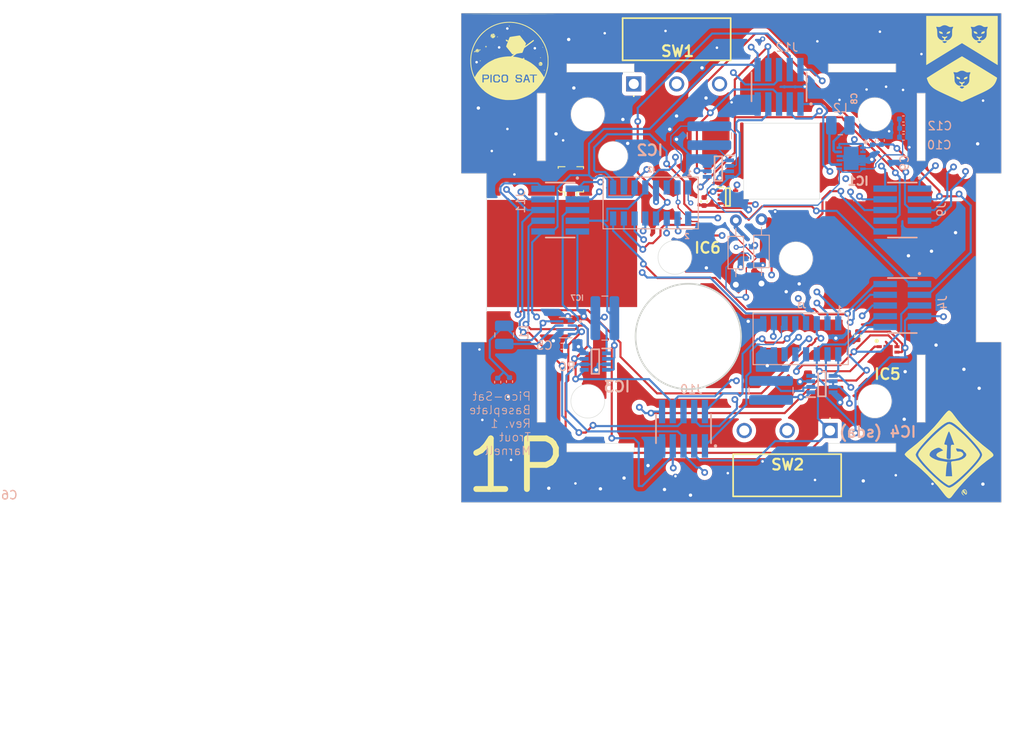
<source format=kicad_pcb>
(kicad_pcb (version 20221018) (generator pcbnew)
  (layers (0 "F.Cu" signal) (1 "In1.Cu" signal) (2 "In2.Cu" signal) (31 "B.Cu" signal) (34 "B.Paste" user) (35 "F.Paste" user) (36 "B.SilkS" user "B.Silkscreen") (37 "F.SilkS" user "F.Silkscreen") (38 "B.Mask" user) (39 "F.Mask" user) (44 "Edge.Cuts" user))
  (net 0 "")
  (net 1 "RF ANTENNA")
  (net 2 "GND")
  (net 3 "Battery +")
  (net 4 "MCU ENABLE 2")
  (net 5 "MCU ENABLE 1")
  (net 6 "VMPPT")
  (net 7 "PWM2(4)")
  (net 8 "1V8 MEASURE")
  (net 9 "3V3 MEASURE")
  (net 10 "MPPT ENABLE ")
  (net 11 "SDA(1)")
  (net 12 "SCL(1)")
  (net 13 "DRV ENABLE 1")
  (net 14 "PWM2(1)")
  (net 15 "PWM1(1)")
  (net 16 "1.8V")
  (net 17 "DRV ENABLE 2")
  (net 18 "PWM1(2)")
  (net 19 "PWM2(3)")
  (net 20 "PWM1(3)")
  (net 21 "DRV ENABLE 4")
  (net 22 "PWM1(4)")
  (net 23 "Net-(IC1-BULX)")
  (net 24 "Net-(IC1-BOLX)")
  (net 25 "3.3V")
  (net 26 "SCL(2)")
  (net 27 "SDA(2) ")
  (net 31 "VBAT+")
  (net 32 "DRV ENABLE 3")
  (net 33 "DRV ENABLE 5")
  (net 34 "PWM1(5)")
  (net 35 "PWM2(5)")
  (net 36 "PWM2(2) ")
  (net 37 "Net-(Q1-D)")
  (net 38 "Net-(Q2-D)")
  (net 41 "Net-(IC7-SW)")
  (footprint "LIB_D2F-L2-A1 (1):D2FL2A1" (layer "F.Cu") (at 108.7 83.48 180)
    (fp_text reference "SW2")
    (fp_text value "SW_SPDT" hide)
  )
  (footprint "" (layer "F.Cu") (at 117.04 62.66)
    (fp_text reference "U1" hide)
    (fp_text value "~" hide)
  )
  (footprint "OPT4048DTSR:SOTFL50P190X60-8N" (layer "F.Cu") (at 96.6 55.8)
    (fp_text reference "IC6")
    (fp_text value "OPT4048DTSR" hide)
  )
  (footprint "LOGO" (layer "F.Cu") (at 70.701223 39.599862)
    (fp_text reference "G***" hide)
    (fp_text value "LOGO" hide)
  )
  (footprint "TMP117MAIDRVR:SON65P200X200X80-7N" (layer "F.Cu") (at 115.58 74.185)
    (fp_text reference "IC5")
    (fp_text value "TMP117MAIDRVR" hide)
  )
  (footprint "LIB_D2F-L2-A1 (1):D2FL2A1" (layer "F.Cu") (at 85.45 42.39)
    (fp_text reference "SW1")
    (fp_text value "SW_SPDT" hide)
  )
  (footprint "Connector_Coaxial:U.FL_Molex_MCRF_73412-0110_Vertical" (layer "F.Cu") (at 78 53.7)
    (fp_text reference "J1" hide)
    (fp_text value "Conn_Coaxial" hide)
  )
  (footprint "Capacitor_SMD:C_0402_1005Metric" (layer "F.Cu") (at 111.99 72.23 90)
    (fp_text reference "C14" hide)
    (fp_text value "0.1uF")
  )
  (footprint "LOGO" (layer "F.Cu") (at 122.83 86.35)
    (fp_text reference "" hide)
    (fp_text value "LOGO" hide)
  )
  (footprint "LOGO" (layer "F.Cu") (at 124.32 39.49)
    (fp_text reference "G***" hide)
    (fp_text value "LOGO" hide)
  )
  (footprint "Capacitor_SMD:C_0402_1005Metric" (layer "F.Cu") (at 93.78 56.33 90)
    (fp_text reference "C13" hide)
    (fp_text value "0.1uF" hide)
  )
  (footprint "PICO TRANSISTOR:antenna" (layer "F.Cu") (at 75.69 62.49)
    (fp_text reference "U2" hide)
    (fp_text value "~")
  )
  (footprint "FLE-108-01-G-DV (1):FLE-108-01-XX-DV" (layer "B.Cu") (at 105.225 72.6 180)
    (fp_text reference "J3")
    (fp_text value "FLE-108-01-XX-DV")
  )
  (footprint "Capacitor_SMD:C_0402_1005Metric" (layer "B.Cu") (at 70.73 77.68 -90)
    (fp_text reference "C6")
    (fp_text value "10uF")
  )
  (footprint "Capacitor_SMD:C_0402_1005Metric" (layer "B.Cu") (at 117.39 46.55)
    (fp_text reference "C12")
    (fp_text value "1uF")
  )
  (footprint "Resistor_SMD:R_1020_2550Metric" (layer "B.Cu") (at 94.4 48.525 90)
    (fp_text reference "R5" hide)
    (fp_text value "20m")
  )
  (footprint "Capacitor_SMD:C_0402_1005Metric" (layer "B.Cu") (at 117.42 47.65)
    (fp_text reference "C11" hide)
    (fp_text value "10uF")
  )
  (footprint "FTSH-105-01-L-DV:SAMTEC_FTSH-105-XX-X-DV" (layer "B.Cu") (at 102.66 42.735 180)
    (fp_text reference "J12")
    (fp_text value "FTSH-105-XX-X-DV")
  )
  (footprint "Capacitor_SMD:C_0402_1005Metric" (layer "B.Cu") (at 69.33 77.74 -90)
    (fp_text reference "C7" hide)
    (fp_text value "1uF")
  )
  (footprint "TPS62840DLCR:SON50P200X150X100-8N" (layer "B.Cu") (at 77.375 71.28 180)
    (fp_text reference "IC7")
    (fp_text value "TPS62840DLCR")
  )
  (footprint "RP604K331A-TR:SON50P270X300X60-13N" (layer "B.Cu") (at 111.2 51.2 180)
    (fp_text reference "IC1")
    (fp_text value "RP604K331A-TR" hide)
  )
  (footprint "Capacitor_SMD:C_0402_1005Metric" (layer "B.Cu") (at 76.92 73.49 180)
    (fp_text reference "C5")
    (fp_text value "4.7uF")
  )
  (footprint "Capacitor_SMD:C_0402_1005Metric" (layer "B.Cu") (at 113.73 49.12 -90)
    (fp_text reference "C8")
    (fp_text value "1uF")
  )
  (footprint "PICO TRANSISTOR:Transistor for baseplate" (layer "B.Cu") (at 98.765 61.578 90)
    (fp_text reference "Q2" hide)
    (fp_text value "2N7002" hide)
  )
  (footprint "FTSH-105-01-L-DV:SAMTEC_FTSH-105-XX-X-DV" (layer "B.Cu") (at 117.265 57.34 -90)
    (fp_text reference "J9")
    (fp_text value "FTSH-105-XX-X-DV")
  )
  (footprint "FTSH-105-01-L-DV:SAMTEC_FTSH-105-XX-X-DV" (layer "B.Cu") (at 76.735 57.34 -90)
    (fp_text reference "J11")
    (fp_text value "FTSH-105-XX-X-DV")
  )
  (footprint "INA236AIDDFR:SOP65P280X110-8N" (layer "B.Cu") (at 95.475 52.425 180)
    (fp_text reference "IC2")
    (fp_text value "INA236AIDDFR" hide)
  )
  (footprint "Resistor_SMD:R_1020_2550Metric" (layer "B.Cu") (at 101.71 78.72 90)
    (fp_text reference "R7" hide)
    (fp_text value "20m")
  )
  (footprint "FTSH-105-01-L-DV:SAMTEC_FTSH-105-XX-X-DV" (layer "B.Cu") (at 117.265 68.66 -90)
    (fp_text reference "J4")
    (fp_text value "FTSH-105-XX-X-DV")
  )
  (footprint "Inductor_SMD:L_1008_2520Metric" (layer "B.Cu") (at 70.1 72.14 90)
    (fp_text reference "L1")
    (fp_text value "2.2uH")
  )
  (footprint "INA236AIDDFR:SOP65P280X110-8N" (layer "B.Cu") (at 80.9 75.3 180)
    (fp_text reference "IC3")
    (fp_text value "INA236AIDDFR" hide)
  )
  (footprint "INA236AIDDFR:SOP65P280X110-8N" (layer "B.Cu") (at 107.74 77.97)
    (fp_text reference "IC4 (sda)")
    (fp_text value "INA236AIDDFR" hide)
  )
  (footprint "Resistor_SMD:R_1020_2550Metric" (layer "B.Cu") (at 82.025 70.15)
    (fp_text reference "R6")
    (fp_text value "20m")
  )
  (footprint "FTSH-105-01-L-DV:SAMTEC_FTSH-105-XX-X-DV" (layer "B.Cu") (at 91.34 83.265 180)
    (fp_text reference "J10")
    (fp_text value "FTSH-105-XX-X-DV")
  )
  (footprint "Resistor_THT:R_Axial_DIN0204_L3.6mm_D1.6mm_P7.62mm_Horizontal" (layer "B.Cu") (at 97.54 58.57 -90)
    (fp_text reference "R1" hide)
    (fp_text value "R_Small_US" hide)
  )
  (footprint "Inductor_SMD:L_1008_2520Metric" (layer "B.Cu") (at 109.925 47.3 180)
    (fp_text reference "L2")
    (fp_text value "2.2uH")
  )
  (footprint "Resistor_THT:R_Axial_DIN0204_L3.6mm_D1.6mm_P7.62mm_Horizontal" (layer "B.Cu") (at 100.58 58.43 -90)
    (fp_text reference "R2" hide)
    (fp_text value "R_Small_US" hide)
  )
  (footprint "Capacitor_SMD:C_0402_1005Metric" (layer "B.Cu") (at 117.4 48.7)
    (fp_text reference "C10")
    (fp_text value "10uF")
  )
  (footprint "Capacitor_SMD:C_0402_1005Metric" (layer "B.Cu") (at 114.77 49.09 -90)
    (fp_text reference "C9")
    (fp_text value "10uF")
  )
  (footprint "FLE-108-01-G-DV (1):FLE-108-01-XX-DV" (layer "B.Cu") (at 87.45 56.5 180)
    (fp_text reference "J2")
    (fp_text value "FLE-108-01-XX-DV")
  )
  (footprint "PICO TRANSISTOR:Transistor for baseplate" (layer "B.Cu") (at 99.309 62.967 -90)
    (fp_text reference "Q1" hide)
    (fp_text value "2N7002" hide)
  )
  (gr_line (start 75 74.5) (end 75 82.5) (stroke (width 0.05)) (layer "Edge.Cuts"))
  (gr_line (start 116.5 40) (end 116.5 41) (stroke (width 0.05)) (layer "Edge.Cuts"))
  (gr_line (start 119 82.5) (end 119 74.5) (stroke (width 0.05)) (layer "Edge.Cuts"))
  (gr_line (start 74 74.5) (end 75 74.5) (stroke (width 0.05)) (layer "Edge.Cuts"))
  (gr_line (start 126 73) (end 126 53) (stroke (width 0.05)) (layer "Edge.Cuts"))
  (gr_line (start 120 51.5) (end 119 51.5) (stroke (width 0.05)) (layer "Edge.Cuts"))
  (gr_circle (center 114 80) (end 112 80) (stroke (width 0.05)) (fill none) (layer "Edge.Cuts"))
  (gr_line (start 77.5 40) (end 85.5 40) (stroke (width 0.05)) (layer "Edge.Cuts"))
  (gr_line (start 77.5 85) (end 85.5 85) (stroke (width 0.05)) (layer "Edge.Cuts"))
  (gr_line (start 85.5 85) (end 85.5 86) (stroke (width 0.05)) (layer "Edge.Cuts"))
  (gr_line (start 75 82.5) (end 74 82.5) (stroke (width 0.05)) (layer "Edge.Cuts"))
  (gr_line (start 85.5 40) (end 85.5 41) (stroke (width 0.05)) (layer "Edge.Cuts"))
  (gr_line (start 116.5 41) (end 108.5 41) (stroke (width 0.05)) (layer "Edge.Cuts"))
  (gr_line (start 116.5 86) (end 108.5 86) (stroke (width 0.05)) (layer "Edge.Cuts"))
  (gr_line (start 74 82.5) (end 74 74.5) (stroke (width 0.05)) (layer "Edge.Cuts"))
  (gr_line (start 85.5 86) (end 77.5 86) (stroke (width 0.05)) (layer "Edge.Cuts"))
  (gr_line (start 108.5 86) (end 108.5 85) (stroke (width 0.05)) (layer "Edge.Cuts"))
  (gr_circle (center 91.91 72.33) (end 98.16 72.33) (stroke (width 0.2)) (fill none) (layer "Edge.Cuts"))
  (gr_line (start 120 43.5) (end 120 51.5) (stroke (width 0.05)) (layer "Edge.Cuts"))
  (gr_line (start 65 92) (end 129 92) (stroke (width 0.05)) (layer "Edge.Cuts"))
  (gr_circle (center 114 46) (end 114 48) (stroke (width 0.05)) (fill none) (layer "Edge.Cuts"))
  (gr_circle (center 104.66 63.1) (end 106.66 63.1) (stroke (width 0.05)) (fill none) (layer "Edge.Cuts"))
  (gr_line (start 129 53) (end 129 34) (stroke (width 0.05)) (layer "Edge.Cuts"))
  (gr_circle (center 80 46) (end 82 46) (stroke (width 0.05)) (fill none) (layer "Edge.Cuts"))
  (gr_circle (center 90.32 62.95) (end 92.32 62.95) (stroke (width 0.05)) (fill none) (layer "Edge.Cuts"))
  (gr_circle (center 80 80) (end 80 78) (stroke (width 0.05)) (fill none) (layer "Edge.Cuts"))
  (gr_line (start 108.5 41) (end 108.5 40) (stroke (width 0.05)) (layer "Edge.Cuts"))
  (gr_line (start 129 73) (end 129 92) (stroke (width 0.05)) (layer "Edge.Cuts"))
  (gr_line (start 65 53) (end 65 34) (stroke (width 0.05)) (layer "Edge.Cuts"))
  (gr_line (start 68 73) (end 65 73) (stroke (width 0.05)) (layer "Edge.Cuts"))
  (gr_line (start 129 73) (end 126 73) (stroke (width 0.05)) (layer "Edge.Cuts"))
  (gr_line (start 129 34) (end 65 34) (stroke (width 0.05)) (layer "Edge.Cuts"))
  (gr_line (start 74 51.5) (end 74 43.5) (stroke (width 0.05)) (layer "Edge.Cuts"))
  (gr_line (start 74 43.5) (end 75 43.5) (stroke (width 0.05)) (layer "Edge.Cuts"))
  (gr_line (start 108.5 40) (end 116.5 40) (stroke (width 0.05)) (layer "Edge.Cuts"))
  (gr_line (start 85.5 41) (end 77.5 41) (stroke (width 0.05)) (layer "Edge.Cuts"))
  (gr_line (start 75 43.5) (end 75 51.5) (stroke (width 0.05)) (layer "Edge.Cuts"))
  (gr_line (start 120 74.5) (end 120 82.5) (stroke (width 0.05)) (layer "Edge.Cuts"))
  (gr_line (start 77.5 86) (end 77.5 85) (stroke (width 0.05)) (layer "Edge.Cuts"))
  (gr_line (start 65 53) (end 68 53) (stroke (width 0.05)) (layer "Edge.Cuts"))
  (gr_line (start 68 53) (end 68 73) (stroke (width 0.05)) (layer "Edge.Cuts"))
  (gr_line (start 108.5 85) (end 116.5 85) (stroke (width 0.05)) (layer "Edge.Cuts"))
  (gr_line (start 120 82.5) (end 119 82.5) (stroke (width 0.05)) (layer "Edge.Cuts"))
  (gr_line (start 75 51.5) (end 74 51.5) (stroke (width 0.05)) (layer "Edge.Cuts"))
  (gr_line (start 116.5 85) (end 116.5 86) (stroke (width 0.05)) (layer "Edge.Cuts"))
  (gr_rect (start 98.46 47.04) (end 107.46 56.04) (stroke (width 0.05)) (fill none) (layer "Edge.Cuts"))
  (gr_line (start 77.5 41) (end 77.5 40) (stroke (width 0.05)) (layer "Edge.Cuts"))
  (gr_line (start 65 73) (end 65 92) (stroke (width 0.05)) (layer "Edge.Cuts"))
  (gr_line (start 119 43.5) (end 120 43.5) (stroke (width 0.05)) (layer "Edge.Cuts"))
  (gr_line (start 119 51.5) (end 119 43.5) (stroke (width 0.05)) (layer "Edge.Cuts"))
  (gr_line (start 126 53) (end 129 53) (stroke (width 0.05)) (layer "Edge.Cuts"))
  (gr_circle (center 83 50.95) (end 84.75 50.95) (stroke (width 0.05)) (fill none) (layer "Edge.Cuts"))
  (gr_line (start 119 74.5) (end 120 74.5) (stroke (width 0.05)) (layer "Edge.Cuts"))
  (gr_text "Pico-Sat\nBaseplate\nRev. 1\nTrout\nMarnell\n\n\n" (at 73.33 89.68) (layer "B.SilkS") (effects (font (size 1 1) (thickness 0.1)) (justify left bottom mirror)))
  (gr_text "1P" (at 65.19 91.18) (layer "F.SilkS") (effects (font (size 6 6) (thickness 0.7)) (justify left bottom)))
  (segment (start 76.9 57.1019) (end 76.9 62.5) (width 0.2) (layer "F.Cu") (net 1))
  (segment (start 78 55.2) (end 78 56.0019) (width 0.2) (layer "F.Cu") (net 1))
  (segment (start 78 55.2) (end 78 61.45) (width 0.2) (layer "F.Cu") (net 1))
  (segment (start 78 56.0019) (end 76.9 57.1019) (width 0.2) (layer "F.Cu") (net 1))
  (segment (start 78 61.45) (end 76.96 62.49) (width 0.2) (layer "F.Cu") (net 1))
  (segment (start 96.325 55.575) (end 96.325 56.525) (width 0.25) (layer "F.Cu") (net 2))
  (segment (start 105.05 66.09) (end 105.01 66.05) (width 0.25) (layer "F.Cu") (net 2))
  (segment (start 105.09 66.05) (end 105.05 66.09) (width 0.25) (layer "F.Cu") (net 2))
  (segment (start 116.63 74.835) (end 116.63 75.53) (width 0.25) (layer "F.Cu") (net 2))
  (segment (start 95.11 56.81) (end 95.43 56.81) (width 0.25) (layer "F.Cu") (net 2))
  (segment (start 96.325 56.525) (end 96.3 56.55) (width 0.25) (layer "F.Cu") (net 2))
  (segment (start 105.01 66.05) (end 100.58 66.05) (width 0.25) (layer "F.Cu") (net 2))
  (segment (start 115.935 74.835) (end 114.53 74.835) (width 0.25) (layer "F.Cu") (net 2))
  (segment (start 116.23 74.835) (end 116.63 74.835) (width 0.25) (layer "F.Cu") (net 2))
  (segment (start 117.04 62.66) (end 113.65 66.05) (width 0.25) (layer "F.Cu") (net 2))
  (segment (start 115.58 74.185) (end 116.23 74.835) (width 0.25) (layer "F.Cu") (net 2))
  (segment (start 95.43 56.81) (end 95.69 56.55) (width 0.25) (layer "F.Cu") (net 2))
  (segment (start 95.69 55.55) (end 96.3 55.55) (width 0.25) (layer "F.Cu") (net 2))
  (segment (start 113.65 66.05) (end 105.09 66.05) (width 0.25) (layer "F.Cu") (net 2))
  (segment (start 78 52.2) (end 78 50.07) (width 0.25) (layer "F.Cu") (net 2))
  (segment (start 117.6 76.5) (end 115.935 74.835) (width 0.25) (layer "F.Cu") (net 2))
  (segment (start 96.3 56.55) (end 95.69 56.55) (width 0.25) (layer "F.Cu") (net 2))
  (segment (start 79.475 53.7) (end 79.475 53.675) (width 0.25) (layer "F.Cu") (net 2))
  (segment (start 93.78 56.81) (end 95.11 56.81) (width 0.25) (layer "F.Cu") (net 2))
  (segment (start 114.53 74.185) (end 114.53 74.835) (width 0.25) (layer "F.Cu") (net 2))
  (segment (start 79.475 53.675) (end 78 52.2) (width 0.25) (layer "F.Cu") (net 2))
  (segment (start 95.395 57.095) (end 98.865 57.095) (width 0.25) (layer "F.Cu") (net 2))
  (segment (start 116.63 75.53) (end 117.6 76.5) (width 0.25) (layer "F.Cu") (net 2))
  (segment (start 76.525 53.675) (end 78 52.2) (width 0.25) (layer "F.Cu") (net 2))
  (segment (start 76.525 53.7) (end 76.525 53.675) (width 0.25) (layer "F.Cu") (net 2))
  (segment (start 114.53 74.185) (end 115.58 74.185) (width 0.25) (layer "F.Cu") (net 2))
  (segment (start 78 50.07) (end 76.24 48.31) (width 0.25) (layer "F.Cu") (net 2))
  (segment (start 98.865 57.095) (end 99.07 57.3) (width 0.25) (layer "F.Cu") (net 2))
  (segment (start 96.3 55.55) (end 96.325 55.575) (width 0.25) (layer "F.Cu") (net 2))
  (segment (start 95.11 56.81) (end 95.395 57.095) (width 0.25) (layer "F.Cu") (net 2))
  (via (at 67.04 45.25) (size 0.8) (drill 0.4) (layers "F.Cu" "B.Cu") (net 2))
  (via (at 92.17 91.14) (size 0.8) (drill 0.4) (layers "F.Cu" "B.Cu") (net 2))
  (via (at 89.21 36.11) (size 0.6) (drill 0.3) (layers "F.Cu" "B.Cu") (net 2))
  (via (at 93.534649 40.484649) (size 0.8) (drill 0.4) (layers "F.Cu" "B.Cu") (net 2))
  (via (at 95.6277 53.5477) (size 0.8) (drill 0.4) (layers "F.Cu" "B.Cu") (net 2))
  (via (at 70.47 35.82) (size 0.6) (drill 0.3) (layers "F.Cu" "B.Cu") (net 2))
  (via (at 90.5145 48.95) (size 0.8) (drill 0.4) (layers "F.Cu" "B.Cu") (net 2))
  (via (at 89.707192 47.763514) (size 0.8) (drill 0.4) (layers "F.Cu" "B.Cu") (net 2))
  (via (at 105.15 77.69) (size 0.8) (drill 0.4) (layers "F.Cu" "B.Cu") (net 2))
  (via (at 66.83 39.81) (size 0.6) (drill 0.3) (layers "F.Cu" "B.Cu") (net 2))
  (via (at 84.16 46.6) (size 0.8) (drill 0.4) (layers "F.Cu" "B.Cu") (net 2))
  (via (at 109.82 44.28) (size 0.6) (drill 0.3) (layers "F.Cu" "B.Cu") (net 2))
  (via (at 126.81 89.83) (size 0.8) (drill 0.4) (layers "F.Cu" "B.Cu") (net 2))
  (via (at 95.3 38.1) (size 0.6) (drill 0.3) (layers "F.Cu" "B.Cu") (net 2))
  (via (at 113.03 43.05) (size 0.6) (drill 0.3) (layers "F.Cu" "B.Cu") (net 2))
  (via (at 78.900353 73.539647) (size 0.8) (drill 0.4) (layers "F.Cu" "B.Cu") (net 2))
  (via (at 84.3 89.11) (size 0.8) (drill 0.4) (layers "F.Cu" "B.Cu") (net 2))
  (via (at 120.72 62.22) (size 0.8) (drill 0.4) (layers "F.Cu" "B.Cu") (net 2))
  (via (at 69.5 38.06) (size 0.6) (drill 0.3) (layers "F.Cu" "B.Cu") (net 2))
  (via (at 81.01 76.29) (size 0.8) (drill 0.4) (layers "F.Cu" "B.Cu") (net 2))
  (via (at 78.35 42.87) (size 0.8) (drill 0.4) (layers "F.Cu" "B.Cu") (net 2))
  (via (at 101.27 75.79) (size 0.8) (drill 0.4) (layers "F.Cu" "B.Cu") (net 2))
  (via (at 114.61 36.2) (size 0.6) (drill 0.3) (layers "F.Cu" "B.Cu") (net 2))
  (via (at 117.6 76.5) (size 0.8) (drill 0.4) (layers "F.Cu" "B.Cu") (net 2))
  (via (at 112.64 89.45) (size 0.8) (drill 0.4) (layers "F.Cu" "B.Cu") (net 2))
  (via (at 77.74 37.12) (size 0.8) (drill 0.4) (layers "F.Cu" "B.Cu") (net 2))
  (via (at 70.91 86.96) (size 0.6) (drill 0.3) (layers "F.Cu" "B.Cu") (net 2))
  (via (at 109.887299 80.142701) (size 0.8) (drill 0.4) (layers "F.Cu" "B.Cu") (net 2))
  (via (at 117.49 82.14) (size 0.8) (drill 0.4) (layers "F.Cu" "B.Cu") (net 2))
  (via (at 100.71 87.14) (size 0.6) (drill 0.3) (layers "F.Cu" "B.Cu") (net 2))
  (via (at 100.72 37.06) (size 0.6) (drill 0.3) (layers "F.Cu" "B.Cu") (net 2))
  (via (at 102.2 57.53) (size 0.6) (drill 0.3) (layers "F.Cu" "B.Cu") (net 2))
  (via (at 99.01 70.53) (size 0.8) (drill 0.4) (layers "F.Cu" "B.Cu") (net 2))
  (via (at 120.84 89.8) (size 0.6) (drill 0.3) (layers "F.Cu" "B.Cu") (net 2))
  (via (at 97.04 44.57) (size 0.6) (drill 0.3) (layers "F.Cu" "B.Cu") (net 2))
  (via (at 94.01 44.06) (size 0.8) (drill 0.4) (layers "F.Cu" "B.Cu") (net 2))
  (via (at 96.59 88.53) (size 0.6) (drill 0.3) (layers "F.Cu" "B.Cu") (net 2))
  (via (at 87.14 87.63) (size 0.8) (drill 0.4) (layers "F.Cu" "B.Cu") (net 2))
  (via (at 81.5 90.39) (size 0.8) (drill 0.4) (layers "F.Cu" "B.Cu") (net 2))
  (via (at 118.1 49.9) (size 0.6) (drill 0.3) (layers "F.Cu" "B.Cu") (net 2))
  (via (at 84.73 49.44) (size 0.8) (drill 0.4) (layers "F.Cu" "B.Cu") (net 2))
  (via (at 77.08 49.08) (size 0.6) (drill 0.3) (layers "F.Cu" "B.Cu") (net 2))
  (via (at 123.57 60.02) (size 0.8) (drill 0.4) (layers "F.Cu" "B.Cu") (net 2))
  (via (at 68.63 50.34) (size 0.6) (drill 0.3) (layers "F.Cu" "B.Cu") (net 2))
  (via (at 82.01 36.38) (size 0.6) (drill 0.3) (layers "F.Cu" "B.Cu") (net 2))
  (via (at 106.92 89.34) (size 0.6) (drill 0.3) (layers "F.Cu" "B.Cu") (net 2))
  (via (at 117.35 43.1) (size 0.6) (drill 0.3) (layers "F.Cu" "B.Cu") (net 2))
  (via (at 109.39 72.53) (size 0.8) (drill 0.4) (layers "F.Cu" "B.Cu") (net 2))
  (via (at 90.52 46.19) (size 0.8) (drill 0.4) (layers "F.Cu" "B.Cu") (net 2))
  (via (at 119.53 38.85) (size 0.6) (drill 0.3) (layers "F.Cu" "B.Cu") (net 2))
  (via (at 67.17 73.87) (size 0.6) (drill 0.3) (layers "F.Cu" "B.Cu") (net 2))
  (via (at 124.56 76.22) (size 0.8) (drill 0.4) (layers "F.Cu" "B.Cu") (net 2))
  (via (at 115.34 42.72) (size 0.6) (drill 0.3) (layers "F.Cu" "B.Cu") (net 2))
  (via (at 73.73 38.16) (size 0.6) (drill 0.3) (layers "F.Cu" "B.Cu") (net 2))
  (via (at 107.2 37.34) (size 0.6) (drill 0.3) (layers "F.Cu" "B.Cu") (net 2))
  (via (at 76.24 48.31) (size 0.8) (drill 0.4) (layers "F.Cu" "B.Cu") (net 2))
  (via (at 126.19 49.49) (size 0.8) (drill 0.4) (layers "F.Cu" "B.Cu") (net 2))
  (via (at 126.37 78.47) (size 0.8) (drill 0.4) (layers "F.Cu" "B.Cu") (net 2))
  (via (at 94.05 64.2) (size 0.8) (drill 0.4) (layers "F.Cu" "B.Cu") (net 2))
  (via (at 121.26 73.35) (size 0.8) (drill 0.4) (layers "F.Cu" "B.Cu") (net 2))
  (via (at 126.83 44.37) (size 0.6) (drill 0.3) (layers "F.Cu" "B.Cu") (net 2))
  (via (at 113.65 51.34) (size 0.8) (drill 0.4) (layers "F.Cu" "B.Cu") (net 2))
  (via (at 105.71 42.71) (size 0.6) (drill 0.3) (layers "F.Cu" "B.Cu") (net 2))
  (via (at 105.05 66.09) (size 0.8) (drill 0.4) (layers "F.Cu" "B.Cu") (net 2))
  (via (at 78.54 89.75) (size 0.6) (drill 0.3) (layers "F.Cu" "B.Cu") (net 2))
  (via (at 70.48 47.73) (size 0.6) (drill 0.3) (layers "F.Cu" "B.Cu") (net 2))
  (via (at 117.99 62.76) (size 0.8) (drill 0.4) (layers "F.Cu" "B.Cu") (net 2))
  (via (at 90.39 88.89) (size 0.6) (drill 0.3) (layers "F.Cu" "B.Cu") (net 2))
  (via (at 75.38 90.32) (size 0.8) (drill 0.4) (layers "F.Cu" "B.Cu") (net 2))
  (via (at 77.63 69.9345) (size 0.8) (drill 0.4) (layers "F.Cu" "B.Cu") (net 2))
  (via (at 70.57 79.48) (size 0.6) (drill 0.3) (layers "F.Cu" "B.Cu") (net 2))
  (via (at 89.09 90.47) (size 0.8) (drill 0.4) (layers "F.Cu" "B.Cu") (net 2))
  (via (at 75.92 72.84) (size 0.8) (drill 0.4) (layers "F.Cu" "B.Cu") (net 2))
  (via (at 103.51 67.02) (size 0.8) (drill 0.4) (layers "F.Cu" "B.Cu") (net 2))
  (via (at 67.51 82.22) (size 0.6) (drill 0.3) (layers "F.Cu" "B.Cu") (net 2))
  (via (at 99.07 57.3) (size 0.8) (drill 0.4) (layers "F.Cu" "B.Cu") (net 2))
  (via (at 79.53 69.94) (size 0.8) (drill 0.4) (layers "F.Cu" "B.Cu") (net 2))
  (via (at 116.49 88.78) (size 0.6) (drill 0.3) (layers "F.Cu" "B.Cu") (net 2))
  (via (at 71.31 53.12) (size 0.6) (drill 0.3) (layers "F.Cu" "B.Cu") (net 2))
  (via (at 115.7 48) (size 0.6) (drill 0.3) (layers "F.Cu" "B.Cu") (net 2))
  (segment (start 112.6 51.45) (end 111.45 51.45) (width 0.25) (layer "B.Cu") (net 2))
  (segment (start 109.8 50.95) (end 110.95 50.95) (width 0.25) (layer "B.Cu") (net 2))
  (segment (start 117.87 46.55) (end 117.87 47.62) (width 0.25) (layer "B.Cu") (net 2))
  (segment (start 81.45 75.625) (end 81.01 76.065) (width 0.25) (layer "B.Cu") (net 2))
  (segment (start 119.3 71.2) (end 119.3 71.39) (width 0.25) (layer "B.Cu") (net 2))
  (segment (start 112.6 50.95) (end 111.45 50.95) (width 0.25) (layer "B.Cu") (net 2))
  (segment (start 117.87 46.55) (end 117.87 43.62) (width 0.25) (layer "B.Cu") (net 2))
  (segment (start 110.4269 50.95) (end 110.6769 51.2) (width 0.2) (layer "B.Cu") (net 2))
  (segment (start 105.195 77.645) (end 105.15 77.69) (width 0.25) (layer "B.Cu") (net 2))
  (segment (start 109.887299 79.767299) (end 109.065 78.945) (width 0.25) (layer "B.Cu") (net 2))
  (segment (start 77.37 71.53) (end 77.19 71.53) (width 0.25) (layer "B.Cu") (net 2))
  (segment (start 95.6277 53.1473) (end 95.6277 53.5477) (width 0.25) (layer "B.Cu") (net 2))
  (segment (start 109.8 51.45) (end 110.4269 51.45) (width 0.2) (layer "B.Cu") (net 2))
  (segment (start 78.06 70.53) (end 78.06 70.3645) (width 0.25) (layer "B.Cu") (net 2))
  (segment (start 78.77 69.18) (end 78.77 59.88) (width 0.25) (layer "B.Cu") (net 2))
  (segment (start 115.7 48) (end 115.38 48) (width 0.2) (layer "B.Cu") (net 2))
  (segment (start 90.363164 49.101337) (end 92.711827 51.45) (width 0.25) (layer "B.Cu") (net 2))
  (segment (start 119.3 71.39) (end 121.26 73.35) (width 0.25) (layer "B.Cu") (net 2))
  (segment (start 111.2 51.2) (end 111.7231 51.2) (width 0.2) (layer "B.Cu") (net 2))
  (segment (start 78.06 70.3645) (end 77.63 69.9345) (width 0.25) (layer "B.Cu") (net 2))
  (segment (start 79.575 74.214294) (end 78.900353 73.539647) (width 0.25) (layer "B.Cu") (net 2))
  (segment (start 117.87 47.62) (end 117.9 47.65) (width 0.25) (layer "B.Cu") (net 2))
  (segment (start 78.06 71.53) (end 77.37 71.53) (width 0.25) (layer "B.Cu") (net 2))
  (segment (start 111.45 50.95) (end 111.2 51.2) (width 0.25) (layer "B.Cu") (net 2))
  (segment (start 76.69 72.03) (end 76.69 71.53) (width 0.25) (layer "B.Cu") (net 2))
  (segment (start 113.65 51.34) (end 112.71 51.34) (width 0.25) (layer "B.Cu") (net 2))
  (segment (start 110.4269 51.1581) (end 110.4269 51.45) (width 0.2) (layer "B.Cu") (net 2))
  (segment (start 96.8 52.75) (end 96.025 52.75) (width 0.25) (layer "B.Cu") (net 2))
  (segment (start 112.71 51.34) (end 112.6 51.45) (width 0.25) (layer "B.Cu") (net 2))
  (segment (start 79.53 69.94) (end 78.77 69.18) (width 0.25) (layer "B.Cu") (net 2))
  (segment (start 94.15 51.45) (end 94.15 52.1) (width 0.25) (layer "B.Cu") (net 2))
  (segment (start 77.63 69.9345) (end 76.9445 69.9345) (width 0.25) (layer "B.Cu") (net 2))
  (segment (start 79.575 74.325) (end 79.575 74.214294) (width 0.25) (layer "B.Cu") (net 2))
  (segment (start 110.6769 51.2) (end 111.2 51.2) (width 0.2) (layer "B.Cu") (net 2))
  (segment (start 75.92 72.8) (end 76.69 72.03) (width 0.25) (layer "B.Cu") (net 2))
  (segment (start 106.415 77.645) (end 105.195 77.645) (width 0.25) (layer "B.Cu") (net 2))
  (segment (start 82.225 75.625) (end 81.45 75.625) (width 0.25) (layer "B.Cu") (net 2))
  (segment (start 117.87 43.62) (end 117.35 43.1) (width 0.25) (layer "B.Cu") (net 2))
  (segment (start 110.95 50.95) (end 111.2 51.2) (width 0.25) (layer "B.Cu") (net 2))
  (segment (start 75.92 72.84) (end 75.92 72.8) (width 0.25) (layer "B.Cu") (net 2))
  (segment (start 90.5145 48.95) (end 90.363164 49.101337) (width 0.25) (layer "B.Cu") (net 2))
  (segment (start 109.887299 80.142701) (end 109.887299 79.767299) (width 0.25) (layer "B.Cu") (net 2))
  (segment (start 81.01 76.065) (end 81.01 76.29) (width 0.25) (layer "B.Cu") (net 2))
  (segment (start 111.7231 51.2) (end 111.9731 51.45) (width 0.2) (layer "B.Cu") (net 2))
  (segment (start 117.88 48.7) (end 117.88 47.67) (width 0.25) (layer "B.Cu") (net 2))
  (segment (start 77.19 71.53) (end 76.69 72.03) (width 0.25) (layer "B.Cu") (net 2))
  (segment (start 117.88 47.67) (end 117.9 47.65) (width 0.25) (layer "B.Cu") (net 2))
  (segment (start 111.45 51.45) (end 111.2 51.2) (width 0.25) (layer "B.Cu") (net 2))
  (segment (start 111.9731 51.95) (end 111.9731 51.6055) (width 0.2) (layer "B.Cu") (net 2))
  (segment (start 113.76 48.61) (end 113.73 48.64) (width 0.25) (layer "B.Cu") (net 2))
  (segment (start 96.025 52.75) (end 95.6277 53.1473) (width 0.25) (layer "B.Cu") (net 2))
  (segment (start 77.37 71.53) (end 76.69 71.53) (width 0.25) (layer "B.Cu") (net 2))
  (segment (start 111.9731 51.2945) (end 111.9731 50.95) (width 0.2) (layer "B.Cu") (net 2))
  (segment (start 115.38 48) (end 114.77 48.61) (width 0.2) (layer "B.Cu") (net 2))
  (segment (start 84.275 54.0884) (end 84.275 54.6585) (width 0.2) (layer "B.Cu") (net 2))
  (segment (start 76.9445 69.9345) (end 76.66 69.65) (width 0.25) (layer "B.Cu") (net 2))
  (segment (start 112.6 51.95) (end 111.9731 51.95) (width 0.2) (layer "B.Cu") (net 2))
  (segment (start 92.711827 51.45) (end 94.15 51.45) (width 0.25) (layer "B.Cu") (net 2))
  (segment (start 114.77 48.61) (end 113.76 48.61) (width 0.25) (layer "B.Cu") (net 2))
  (segment (start 123.719502 55.710498) (end 121.66 55.710498) (width 0.25) (layer "F.Cu") (net 3))
  (segment (start 77.695 73.3405) (end 77.695 77.530305) (width 0.25) (layer "F.Cu") (net 3))
  (segment (start 79.2755 71.76) (end 77.695 73.3405) (width 0.25) (layer "F.Cu") (net 3))
  (segment (start 106.055 86.125) (end 108.7 83.48) (width 0.25) (layer "F.Cu") (net 3))
  (segment (start 77.375 86.051777) (end 77.448223 86.125) (width 0.25) (layer "F.Cu") (net 3))
  (segment (start 77.695 77.530305) (end 77.375 77.850305) (width 0.25) (layer "F.Cu") (net 3))
  (segment (start 77.448223 86.125) (end 106.055 86.125) (width 0.25) (layer "F.Cu") (net 3))
  (segment (start 77.375 77.850305) (end 77.375 86.051777) (width 0.25) (layer "F.Cu") (net 3))
  (segment (start 116.6255 50.03) (end 121.66 55.0645) (width 0.25) (layer "F.Cu") (net 3))
  (segment (start 123.99 55.44) (end 123.719502 55.710498) (width 0.25) (layer "F.Cu") (net 3))
  (segment (start 121.66 55.0645) (end 121.66 55.710498) (width 0.25) (layer "F.Cu") (net 3))
  (via (at 107.45 45.61) (size 0.8) (drill 0.4) (layers "F.Cu" "B.Cu") (net 3))
  (via (at 95.405 58.285) (size 0.8) (drill 0.4) (layers "F.Cu" "B.Cu") (net 3))
  (via (at 101.981116 72.3255) (size 0.8) (drill 0.4) (layers "F.Cu" "B.Cu") (net 3))
  (via (at 81.37 55.17) (size 0.8) (drill 0.4) (layers "F.Cu" "B.Cu") (net 3))
  (via (at 121.66 55.710498) (size 0.8) (drill 0.4) (layers "F.Cu" "B.Cu") (net 3))
  (via (at 79.2755 71.76) (size 0.8) (drill 0.4) (layers "F.Cu" "B.Cu") (net 3))
  (via (at 123.99 55.44) (size 0.8) (drill 0.4) (layers "F.Cu" "B.Cu") (net 3))
  (via (at 98.117719 64.092191) (size 0.8) (drill 0.4) (layers "F.Cu" "B.Cu") (net 3))
  (via (at 116.6255 50.03) (size 0.8) (drill 0.4) (layers "F.Cu" "B.Cu") (net 3))
  (via (at 99.7905 61.506612) (size 0.8) (drill 0.4) (layers "F.Cu" "B.Cu") (net 3))
  (via (at 111.582771 48.9737) (size 0.8) (drill 0.4) (layers "F.Cu" "B.Cu") (net 3))
  (segment (start 98.117719 64.092191) (end 98.117719 63.302281) (width 0.7) (layer "B.Cu") (net 3))
  (segment (start 92.61 86.325) (end 93.305 87.02) (width 0.25) (layer "B.Cu") (net 3))
  (segment (start 92.0365 58.2) (end 95.32 58.2) (width 0.25) (layer "B.Cu") (net 3))
  (segment (start 104.625 46.49) (end 103.93 45.795) (width 0.25) (layer "B.Cu") (net 3))
  (segment (start 112.6 49.95) (end 113.38 49.95) (width 0.15) (layer "B.Cu") (net 3))
  (segment (start 78.77 56.07) (end 80.47 56.07) (width 0.25) (layer "B.Cu") (net 3))
  (segment (start 78.06 72.03) (end 78.579875 72.03) (width 0.25) (layer "B.Cu") (net 3))
  (segment (start 77.4 72.69) (end 78.06 72.03) (width 0.25) (layer "B.Cu") (net 3))
  (segment (start 111.41 49.5) (end 111.41 49.146471) (width 0.25) (layer "B.Cu") (net 3))
  (segment (start 106.57 46.49) (end 107.45 45.61) (width 0.25) (layer "B.Cu") (net 3))
  (segment (start 102.9 78.785) (end 101.71 77.595) (width 0.25) (layer "B.Cu") (net 3))
  (segment (start 112.6 49.55) (end 112.6 49.95) (width 0.25) (layer "B.Cu") (net 3))
  (segment (start 104.625 46.49) (end 106.57 46.49) (width 0.25) (layer "B.Cu") (net 3))
  (segment (start 112.6 50.45) (end 112.6 49.95) (width 0.15) (layer "B.Cu") (net 3))
  (segment (start 78.815 71.265125) (end 78.579875 71.03) (width 0.25) (layer "B.Cu") (net 3))
  (segment (start 78.579875 71.03) (end 78.06 71.03) (width 0.25) (layer "B.Cu") (net 3))
  (segment (start 109.85 49.5) (end 111.41 49.5) (width 0.25) (layer "B.Cu") (net 3))
  (segment (start 107.45 84.73) (end 108.7 83.48) (width 0.25) (layer "B.Cu") (net 3))
  (segment (start 99.9 87.02) (end 102.19 84.73) (width 0.25) (layer "B.Cu") (net 3))
  (segment (start 111.41 49.5) (end 112.55 49.5) (width 0.25) (layer "B.Cu") (net 3))
  (segment (start 79.240625 71.794875) (end 79.2755 71.76) (width 0.25) (layer "B.Cu") (net 3))
  (segment (start 120.325 67.39) (end 119.3 67.39) (width 0.25) (layer "B.Cu") (net 3))
  (segment (start 93.305 87.02) (end 99.9 87.02) (width 0.25) (layer "B.Cu") (net 3))
  (segment (start 78.815 71.794875) (end 78.815 71.265125) (width 0.25) (layer "B.Cu") (net 3))
  (segment (start 113.76 49.57) (end 113.73 49.6) (width 0.25) (layer "B.Cu") (net 3))
  (segment (start 103.93 45.795) (end 103.93 44.77) (width 0.25) (layer "B.Cu") (net 3))
  (segment (start 121.66 55.710498) (end 121.300498 56.07) (width 0.25) (layer "B.Cu") (net 3))
  (segment (start 102.19 84.73) (end 107.45 84.73) (width 0.25) (layer "B.Cu") (net 3))
  (segment (start 113.38 49.95) (end 113.73 49.6) (width 0.15) (layer "B.Cu") (net 3))
  (segment (start 109.8 49.55) (end 109.85 49.5) (width 0.25) (layer "B.Cu") (net 3))
  (segment (start 112.55 49.5) (end 112.6 49.55) (width 0.25) (layer "B.Cu") (net 3))
  (segment (start 119.3 56.07) (end 121.300498 56.07) (width 0.25) (layer "B.Cu") (net 3))
  (segment (start 114.77 49.57) (end 113.76 49.57) (width 0.25) (layer "B.Cu") (net 3))
  (segment (start 125.37 56.82) (end 125.37 62.345) (width 0.25) (layer "B.Cu") (net 3))
  (segment (start 102.05 70.7585) (end 102.05 72.256616) (width 0.25) (layer "B.Cu") (net 3))
  (segment (start 91.895 58.3415) (end 92.0365 58.2) (width 0.25) (layer "B.Cu") (net 3))
  (segment (start 123.99 55.44) (end 125.37 56.82) (width 0.25) (layer "B.Cu") (net 3))
  (segment (start 108.7 83.48) (end 107.265 82.045) (width 0.25) (layer "B.Cu") (net 3))
  (segment (start 105.530305 78.429695) (end 105.530305 78.785) (width 0.25) (layer "B.Cu") (net 3))
  (segment (start 111.41 49.146471) (end 111.582771 48.9737) (width 0.25) (layer "B.Cu") (net 3))
  (segment (start 107.265 78.395) (end 105.565 78.395) (width 0.25) (layer "B.Cu") (net 3))
  (segment (start 105.565 78.395) (end 105.530305 78.429695) (width 0.25) (layer "B.Cu") (net 3))
  (segment (start 109.8 49.95) (end 109.8 49.55) (width 0.25) (layer "B.Cu") (net 3))
  (segment (start 105.530305 78.785) (end 102.9 78.785) (width 0.25) (layer "B.Cu") (net 3))
  (segment (start 77.4 73.49) (end 77.4 72.69) (width 0.25) (layer "B.Cu") (net 3))
  (segment (start 125.37 62.345) (end 120.325 67.39) (width 0.25) (layer "B.Cu") (net 3))
  (segment (start 107.265 82.045) (end 107.265 78.395) (width 0.25) (layer "B.Cu") (net 3))
  (segment (start 98.117719 63.302281) (end 98.24 63.18) (width 0.7) (layer "B.Cu") (net 3))
  (segment (start 80.47 56.07) (end 81.37 55.17) (width 0.25) (layer "B.Cu") (net 3))
  (segment (start 92.61 85.3) (end 92.61 86.325) (width 0.25) (layer "B.Cu") (net 3))
  (segment (start 114.77 49.57) (end 116.1655 49.57) (width 0.25) (layer "B.Cu") (net 3))
  (segment (start 78.579875 72.03) (end 78.815 71.794875) (width 0.25) (layer "B.Cu") (net 3))
  (segment (start 102.05 72.256616) (end 101.981116 72.3255) (width 0.25) (layer "B.Cu") (net 3))
  (segment (start 116.1655 49.57) (end 116.6255 50.03) (width 0.25) (layer "B.Cu") (net 3))
  (segment (start 95.32 58.2) (end 95.405 58.285) (width 0.25) (layer "B.Cu") (net 3))
  (segment (start 78.815 71.794875) (end 79.240625 71.794875) (width 0.25) (layer "B.Cu") (net 3))
  (via (at 92.2 56.5) (size 0.6) (drill 0.3) (layers "F.Cu" "B.Cu") (net 4))
  (via (at 97.58 61.75) (size 0.6) (drill 0.3) (layers "F.Cu" "B.Cu") (net 4))
  (segment (start 91.895 56.195) (end 91.895 54.6585) (width 0.15) (layer "B.Cu") (net 4))
  (segment (start 98.6328 61.6925) (end 98.3216 61.6925) (width 0.15) (layer "B.Cu") (net 4))
  (segment (start 98.2641 61.75) (end 97.58 61.75) (width 0.15) (layer "B.Cu") (net 4))
  (segment (start 98.6328 61.5962) (end 98.765 61.464) (width 0.1498) (layer "B.Cu") (net 4))
  (segment (start 98.6328 61.6925) (end 98.6328 61.5962) (width 0.2) (layer "B.Cu") (net 4))
  (segment (start 98.3216 61.6925) (end 98.2641 61.75) (width 0.15) (layer "B.Cu") (net 4))
  (segment (start 92.2 56.5) (end 91.895 56.195) (width 0.15) (layer "B.Cu") (net 4))
  (segment (start 100 63) (end 98.78 64.22) (width 0.15) (layer "F.Cu") (net 5))
  (segment (start 90.7 57.06) (end 92.345 58.705) (width 0.15) (layer "F.Cu") (net 5))
  (segment (start 98.78 64.22) (end 98.78 67.6755) (width 0.15) (layer "F.Cu") (net 5))
  (segment (start 90.7 56.4) (end 90.7 57.06) (width 0.15) (layer "F.Cu") (net 5))
  (segment (start 92.345 58.705) (end 93.000686 58.705) (width 0.15) (layer "F.Cu") (net 5))
  (segment (start 93.595686 59.3) (end 96.3 59.3) (width 0.15) (layer "F.Cu") (net 5))
  (segment (start 93.000686 58.705) (end 93.595686 59.3) (width 0.15) (layer "F.Cu") (net 5))
  (segment (start 96.3 59.3) (end 100 63) (width 0.15) (layer "F.Cu") (net 5))
  (via (at 90.7 56.4) (size 0.6) (drill 0.3) (layers "F.Cu" "B.Cu") (net 5))
  (via (at 98.72 67.67) (size 0.8) (drill 0.4) (layers "F.Cu" "B.Cu") (net 5))
  (segment (start 90.625 54.6585) (end 90.625 56.325) (width 0.15) (layer "B.Cu") (net 5))
  (segment (start 98.953 62.45) (end 98.0591 62.45) (width 0.15) (layer "B.Cu") (net 5))
  (segment (start 99.309 62.806) (end 98.953 62.45) (width 0.15) (layer "B.Cu") (net 5))
  (segment (start 96.38 64.1291) (end 96.38 66.65) (width 0.15) (layer "B.Cu") (net 5))
  (segment (start 97.4055 67.6755) (end 98.7145 67.6755) (width 0.15) (layer "B.Cu") (net 5))
  (segment (start 96.38 66.65) (end 97.4055 67.6755) (width 0.15) (layer "B.Cu") (net 5))
  (segment (start 90.625 56.325) (end 90.7 56.4) (width 0.15) (layer "B.Cu") (net 5))
  (segment (start 99.309 63.081) (end 99.309 62.806) (width 0.15) (layer "B.Cu") (net 5))
  (segment (start 98.0591 62.45) (end 96.38 64.1291) (width 0.15) (layer "B.Cu") (net 5))
  (segment (start 107.19 77.55) (end 105.23 79.51) (width 0.25) (layer "F.Cu") (net 6))
  (segment (start 105.39 60.17) (end 103.41 60.17) (width 0.25) (layer "F.Cu") (net 6))
  (segment (start 101.778667 61.801333) (end 101.778667 65.039381) (width 0.25) (layer "F.Cu") (net 6))
  (segment (start 108.71 55.1) (end 107.805 56.005) (width 0.25) (layer "F.Cu") (net 6))
  (segment (start 103.33 81.41) (end 105.23 79.51) (width 0.25) (layer "F.Cu") (net 6))
  (segment (start 103.41 60.17) (end 101.778667 61.801333) (width 0.25) (layer "F.Cu") (net 6))
  (segment (start 109.98 55.1) (end 108.71 55.1) (width 0.25) (layer "F.Cu") (net 6))
  (segment (start 107.805 56.005) (end 107.805 57.755) (width 0.25) (layer "F.Cu") (net 6))
  (segment (start 107.805 57.755) (end 105.39 60.17) (width 0.25) (layer "F.Cu") (net 6))
  (segment (start 111.81 77.55) (end 107.19 77.55) (width 0.25) (layer "F.Cu") (net 6))
  (segment (start 87.49 81.41) (end 103.33 81.41) (width 0.25) (layer "F.Cu") (net 6))
  (segment (start 113.03 76.33) (end 111.81 77.55) (width 0.25) (layer "F.Cu") (net 6))
  (via (at 99.36 38.03) (size 0.8) (drill 0.4) (layers "F.Cu" "B.Cu") (net 6))
  (via (at 73.94 70.01) (size 0.8) (drill 0.4) (layers "F.Cu" "B.Cu") (net 6))
  (via (at 113.03 76.33) (size 0.8) (drill 0.4) (layers "F.Cu" "B.Cu") (net 6))
  (via (at 86.11 80.72) (size 0.8) (drill 0.4) (layers "F.Cu" "B.Cu") (net 6))
  (via (at 101.778667 65.039381) (size 0.8) (drill 0.4) (layers "F.Cu" "B.Cu") (net 6))
  (via (at 86.99 52.5345) (size 0.8) (drill 0.4) (layers "F.Cu" "B.Cu") (net 6))
  (via (at 87.49 81.41) (size 0.8) (drill 0.4) (layers "F.Cu" "B.Cu") (net 6))
  (via (at 105.23 79.51) (size 0.8) (drill 0.4) (layers "F.Cu" "B.Cu") (net 6))
  (via (at 109.98 55.1) (size 0.8) (drill 0.4) (layers "F.Cu" "B.Cu") (net 6))
  (segment (start 80.15 53.21) (end 80.51 53.57) (width 0.25) (layer "B.Cu") (net 6))
  (segment (start 100.12 38.79) (end 100.12 40.7) (width 0.25) (layer "B.Cu") (net 6))
  (segment (start 75.845 59.88) (end 76.42 59.305) (width 0.25) (layer "B.Cu") (net 6))
  (segment (start 86.99 52.5345) (end 85.545 53.9795) (width 0.25) (layer "B.Cu") (net 6))
  (segment (start 112.704695 76.33) (end 110.808805 74.43411) (width 0.25) (layer "B.Cu") (net 6))
  (segment (start 102.045 79.51) (end 101.71 79.845) (width 0.25) (layer "B.Cu") (net 6))
  (segment (start 113.03 76.33) (end 112.704695 76.33) (width 0.25) (layer "B.Cu") (net 6))
  (segment (start 100.12 40.7) (end 99.54 40.12) (width 0.25) (layer "B.Cu") (net 6))
  (segment (start 86.8 81.41) (end 86.11 80.72) (width 0.25) (layer "B.Cu") (net 6))
  (segment (start 106.415 78.945) (end 105.85 79.51) (width 0.25) (layer "B.Cu") (net 6))
  (segment (start 80.15 49.46) (end 80.15 53.21) (width 0.25) (layer "B.Cu") (net 6))
  (segment (start 76.42 59.305) (end 76.42 54.735) (width 0.25) (layer "B.Cu") (net 6))
  (segment (start 81.89 47.72) (end 80.15 49.46) (width 0.25) (layer "B.Cu") (net 6))
  (segment (start 99.36 38.03) (end 100.12 38.79) (width 0.25) (layer "B.Cu") (net 6))
  (segment (start 87.67 81.23) (end 87.49 81.41) (width 0.25) (layer "B.Cu") (net 6))
  (segment (start 73.94 70.01) (end 73.41 69.48) (width 0.25) (layer "B.Cu") (net 6))
  (segment (start 110.808805 74.43411) (end 110.808805 73.591195) (width 0.25) (layer "B.Cu") (net 6))
  (segment (start 85.545 53.9795) (end 85.545 54.6585) (width 0.25) (layer "B.Cu") (net 6))
  (segment (start 80.934695 53.57) (end 81.209695 53.295) (width 0.25) (layer "B.Cu") (net 6))
  (segment (start 73.41 61.17) (end 74.7 59.88) (width 0.25) (layer "B.Cu") (net 6))
  (segment (start 88.8 81.23) (end 87.67 81.23) (width 0.25) (layer "B.Cu") (net 6))
  (segment (start 82.3117 55.8217) (end 85.1983 55.8217) (width 0.25) (layer "B.Cu") (net 6))
  (segment (start 99.54 40.12) (end 94.923897 40.12) (width 0.25) (layer "B.Cu") (net 6))
  (segment (start 77.945 53.21) (end 80.15 53.21) (width 0.25) (layer "B.Cu") (net 6))
  (segment (start 113.2 71.2) (end 115.23 71.2) (width 0.25) (layer "B.Cu") (net 6))
  (segment (start 80.51 53.57) (end 80.934695 53.57) (width 0.25) (layer "B.Cu") (net 6))
  (segment (start 73.41 69.48) (end 73.41 61.17) (width 0.25) (layer "B.Cu") (net 6))
  (segment (start 94.923897 40.12) (end 87.323897 47.72) (width 0.25) (layer "B.Cu") (net 6))
  (segment (start 115.23 59.88) (end 114.205 59.88) (width 0.25) (layer "B.Cu") (net 6))
  (segment (start 85.545 55.475) (end 85.545 54.6585) (width 0.25) (layer "B.Cu") (net 6))
  (segment (start 87.49 81.41) (end 86.8 81.41) (width 0.25) (layer "B.Cu") (net 6))
  (segment (start 82.3117 53.73) (end 82.3117 55.8217) (width 0.25) (layer "B.Cu") (net 6))
  (segment (start 76.42 54.735) (end 77.945 53.21) (width 0.25) (layer "B.Cu") (net 6))
  (segment (start 110.808805 73.591195) (end 113.2 71.2) (width 0.25) (layer "B.Cu") (net 6))
  (segment (start 81.8767 53.295) (end 82.3117 53.73) (width 0.25) (layer "B.Cu") (net 6))
  (segment (start 109.98 55.655) (end 109.98 55.1) (width 0.25) (layer "B.Cu") (net 6))
  (segment (start 81.209695 53.295) (end 81.8767 53.295) (width 0.25) (layer "B.Cu") (net 6))
  (segment (start 85.1983 55.8217) (end 85.545 55.475) (width 0.25) (layer "B.Cu") (net 6))
  (segment (start 74.7 59.88) (end 75.845 59.88) (width 0.25) (layer "B.Cu") (net 6))
  (segment (start 87.323897 47.72) (end 81.89 47.72) (width 0.25) (layer "B.Cu") (net 6))
  (segment (start 114.205 59.88) (end 109.98 55.655) (width 0.25) (layer "B.Cu") (net 6))
  (segment (start 105.85 79.51) (end 102.045 79.51) (width 0.25) (layer "B.Cu") (net 6))
  (via (at 107.14 67.05) (size 0.8) (drill 0.4) (layers "F.Cu" "B.Cu") (net 7))
  (via (at 107.78 42.02) (size 0.8) (drill 0.4) (layers "F.Cu" "B.Cu") (net 7))
  (via (at 110.56 53.62) (size 0.8) (drill 0.4) (layers "F.Cu" "B.Cu") (net 7))
  (segment (start 106.46 40.7) (end 105.2 40.7) (width 0.25) (layer "B.Cu") (net 7))
  (segment (start 107.78 42.02) (end 106.46 40.7) (width 0.25) (layer "B.Cu") (net 7))
  (segment (start 109.67 69.58) (end 107.14 67.05) (width 0.25) (layer "B.Cu") (net 7))
  (segment (start 109.67 70.7585) (end 109.67 69.58) (width 0.25) (layer "B.Cu") (net 7))
  (via (at 81.9755 70.03) (size 0.8) (drill 0.4) (layers "F.Cu" "B.Cu") (net 8))
  (via (at 74.695 70.735) (size 0.8) (drill 0.4) (layers "F.Cu" "B.Cu") (net 8))
  (segment (start 74.649214 70.735) (end 74.695 70.735) (width 0.25) (layer "B.Cu") (net 8))
  (segment (start 73.335 72.765) (end 71.8 72.765) (width 0.25) (layer "B.Cu") (net 8))
  (segment (start 70.73 77.2) (end 68.39 74.86) (width 0.25) (layer "B.Cu") (net 8))
  (segment (start 82.225 71.475) (end 80.9 70.15) (width 0.25) (layer "B.Cu") (net 8))
  (segment (start 74.445305 70.531091) (end 74.445305 71.654695) (width 0.25) (layer "B.Cu") (net 8))
  (segment (start 74.445305 70.531091) (end 74.649214 70.735) (width 0.25) (layer "B.Cu") (net 8))
  (segment (start 76.69 70.53) (end 74.445305 70.53) (width 0.25) (layer "B.Cu") (net 8))
  (segment (start 68.39 72.775) (end 70.1 71.065) (width 0.25) (layer "B.Cu") (net 8))
  (segment (start 68.39 74.86) (end 68.39 72.775) (width 0.25) (layer "B.Cu") (net 8))
  (segment (start 80.9 70.15) (end 81.8555 70.15) (width 0.25) (layer "B.Cu") (net 8))
  (segment (start 74.445305 71.654695) (end 73.335 72.765) (width 0.25) (layer "B.Cu") (net 8))
  (segment (start 70.73 77.2) (end 70.16 76.63) (width 0.25) (layer "B.Cu") (net 8))
  (segment (start 71.8 72.765) (end 70.1 71.065) (width 0.25) (layer "B.Cu") (net 8))
  (segment (start 82.225 74.325) (end 82.225 71.475) (width 0.25) (layer "B.Cu") (net 8))
  (segment (start 74.445305 70.53) (end 74.445305 70.531091) (width 0.25) (layer "B.Cu") (net 8))
  (segment (start 69.96 76.63) (end 70.16 76.63) (width 0.25) (layer "B.Cu") (net 8))
  (segment (start 69.33 77.26) (end 69.96 76.63) (width 0.25) (layer "B.Cu") (net 8))
  (segment (start 81.8555 70.15) (end 81.9755 70.03) (width 0.25) (layer "B.Cu") (net 8))
  (segment (start 96.8 51.45) (end 95 49.65) (width 0.15) (layer "B.Cu") (net 9))
  (segment (start 117.3 50.8) (end 117.3 49.08) (width 0.15) (layer "B.Cu") (net 9))
  (segment (start 94.95 52.625) (end 96.125 51.45) (width 0.15) (layer "B.Cu") (net 9))
  (segment (start 114.115 52.185) (end 114.115 51.850405) (width 0.15) (layer "B.Cu") (net 9))
  (segment (start 114.115 51.850405) (end 115.165405 50.8) (width 0.15) (layer "B.Cu") (net 9))
  (segment (start 98.708859 58.36) (end 99.271141 58.36) (width 0.15) (layer "B.Cu") (net 9))
  (segment (start 96.330404 57.595) (end 97.943859 57.595) (width 0.15) (layer "B.Cu") (net 9))
  (segment (start 115.165405 50.8) (end 117.3 50.8) (width 0.15) (layer "B.Cu") (net 9))
  (segment (start 116.92 47.67) (end 116.94 47.65) (width 0.15) (layer "B.Cu") (net 9))
  (segment (start 94.161435 54.867546) (end 94.161435 55.426031) (width 0.15) (layer "B.Cu") (net 9))
  (segment (start 95 49.65) (end 94.4 49.65) (width 0.15) (layer "B.Cu") (net 9))
  (segment (start 97.943859 57.595) (end 98.708859 58.36) (width 0.15) (layer "B.Cu") (net 9))
  (segment (start 94.95 54.33) (end 94.95 52.625) (width 0.15) (layer "B.Cu") (net 9))
  (segment (start 94.161435 55.426031) (end 96.330404 57.595) (width 0.15) (layer "B.Cu") (net 9))
  (segment (start 116.91 47.62) (end 116.94 47.65) (width 0.25) (layer "B.Cu") (net 9))
  (segment (start 107.249314 56.765) (end 109.8 54.214314) (width 0.15) (layer "B.Cu") (net 9))
  (segment (start 109.8 54.214314) (end 109.8 52.45) (width 0.15) (layer "B.Cu") (net 9))
  (segment (start 96.125 51.45) (end 96.8 51.45) (width 0.15) (layer "B.Cu") (net 9))
  (segment (start 112.6 52.45) (end 113.85 52.45) (width 0.15) (layer "B.Cu") (net 9))
  (segment (start 94.698981 54.33) (end 94.161435 54.867546) (width 0.15) (layer "B.Cu") (net 9))
  (segment (start 116.91 46.55) (end 116.91 47.62) (width 0.25) (layer "B.Cu") (net 9))
  (segment (start 117.3 49.08) (end 116.92 48.7) (width 0.15) (layer "B.Cu") (net 9))
  (segment (start 94.95 54.33) (end 94.698981 54.33) (width 0.15) (layer "B.Cu") (net 9))
  (segment (start 110.2 52.85) (end 109.8 52.45) (width 0.15) (layer "B.Cu") (net 9))
  (segment (start 113.85 52.45) (end 114.115 52.185) (width 0.15) (layer "B.Cu") (net 9))
  (segment (start 99.271141 58.36) (end 100.866141 56.765) (width 0.15) (layer "B.Cu") (net 9))
  (segment (start 112.2 52.85) (end 110.2 52.85) (width 0.15) (layer "B.Cu") (net 9))
  (segment (start 100.866141 56.765) (end 107.249314 56.765) (width 0.15) (layer "B.Cu") (net 9))
  (segment (start 112.6 52.45) (end 112.2 52.85) (width 0.15) (layer "B.Cu") (net 9))
  (segment (start 116.92 48.7) (end 116.92 47.67) (width 0.15) (layer "B.Cu") (net 9))
  (segment (start 72.359937 71.820193) (end 72.449439 71.909695) (width 0.25) (layer "F.Cu") (net 10))
  (segment (start 79.7555 83.72) (end 80.62 82.8555) (width 0.25) (layer "F.Cu") (net 10))
  (segment (start 78.95 83.72) (end 79.7555 83.72) (width 0.25) (layer "F.Cu") (net 10))
  (segment (start 72.449439 71.909695) (end 73.069695 71.909695) (width 0.25) (layer "F.Cu") (net 10))
  (segment (start 73.069695 71.909695) (end 76.9677 75.8077) (width 0.25) (layer "F.Cu") (net 10))
  (via (at 70.38 54.9) (size 0.8) (drill 0.4) (layers "F.Cu" "B.Cu") (net 10))
  (via (at 78.95 83.72) (size 0.8) (drill 0.4) (layers "F.Cu" "B.Cu") (net 10))
  (via (at 80.62 82.8555) (size 0.8) (drill 0.4) (layers "F.Cu" "B.Cu") (net 10))
  (via (at 90.71 59.83) (size 0.8) (drill 0.4) (layers "F.Cu" "B.Cu") (net 10))
  (via (at 76.9677 75.8077) (size 0.8) (drill 0.4) (layers "F.Cu" "B.Cu") (net 10))
  (via (at 112.51 69.88) (size 0.8) (drill 0.4) (layers "F.Cu" "B.Cu") (net 10))
  (via (at 72.359937 71.820193) (size 0.8) (drill 0.4) (layers "F.Cu" "B.Cu") (net 10))
  (via (at 97.25 41.05) (size 0.8) (drill 0.4) (layers "F.Cu" "B.Cu") (net 10))
  (via (at 111.13 55.19) (size 0.8) (drill 0.4) (layers "F.Cu" "B.Cu") (net 10))
  (segment (start 112.794197 57.34) (end 111.13 55.675803) (width 0.25) (layer "B.Cu") (net 10))
  (segment (start 76.9677 75.8077) (end 76.9677 81.7377) (width 0.25) (layer "B.Cu") (net 10))
  (segment (start 80.62 82.8555) (end 80.7145 82.95) (width 0.25) (layer "B.Cu") (net 10))
  (segment (start 73.675 57.34) (end 72.24 58.775) (width 0.25) (layer "B.Cu") (net 10))
  (segment (start 72.24 58.775) (end 72.24 69.204695) (width 0.25) (layer "B.Cu") (net 10))
  (segment (start 113.73 68.66) (end 112.51 69.88) (width 0.25) (layer "B.Cu") (net 10))
  (segment (start 76.9677 81.7377) (end 78.95 83.72) (width 0.25) (layer "B.Cu") (net 10))
  (segment (start 90.625 59.745) (end 90.71 59.83) (width 0.25) (layer "B.Cu") (net 10))
  (segment (start 90.665 82.95) (end 91.34 82.275) (width 0.25) (layer "B.Cu") (net 10))
  (segment (start 70.38 54.9) (end 72.82 57.34) (width 0.25) (layer "B.Cu") (net 10))
  (segment (start 91.34 82.275) (end 91.34 81.23) (width 0.25) (layer "B.Cu") (net 10))
  (segment (start 102.055 42.45) (end 98.65 42.45) (width 0.25) (layer "B.Cu") (net 10))
  (segment (start 71.945 70.550305) (end 71.945 71.405256) (width 0.25) (layer "B.Cu") (net 10))
  (segment (start 115.23 57.34) (end 112.794197 57.34) (width 0.25) (layer "B.Cu") (net 10))
  (segment (start 74.7 57.34) (end 73.675 57.34) (width 0.25) (layer "B.Cu") (net 10))
  (segment (start 72.465 70.030305) (end 71.945 70.550305) (width 0.25) (layer "B.Cu") (net 10))
  (segment (start 80.7145 82.95) (end 90.665 82.95) (width 0.25) (layer "B.Cu") (net 10))
  (segment (start 102.66 40.7) (end 102.66 41.845) (width 0.25) (layer "B.Cu") (net 10))
  (segment (start 72.465 69.429695) (end 72.465 70.030305) (width 0.25) (layer "B.Cu") (net 10))
  (segment (start 90.625 58.3415) (end 90.625 59.745) (width 0.25) (layer "B.Cu") (net 10))
  (segment (start 72.24 69.204695) (end 72.465 69.429695) (width 0.25) (layer "B.Cu") (net 10))
  (segment (start 102.66 41.845) (end 102.055 42.45) (width 0.25) (layer "B.Cu") (net 10))
  (segment (start 98.65 42.45) (end 97.25 41.05) (width 0.25) (layer "B.Cu") (net 10))
  (segment (start 115.23 68.66) (end 113.73 68.66) (width 0.25) (layer "B.Cu") (net 10))
  (segment (start 71.945 71.405256) (end 72.359937 71.820193) (width 0.25) (layer "B.Cu") (net 10))
  (segment (start 72.82 57.34) (end 74.7 57.34) (width 0.25) (layer "B.Cu") (net 10))
  (segment (start 111.13 55.675803) (end 111.13 55.19) (width 0.25) (layer "B.Cu") (net 10))
  (segment (start 92.53 43.737588) (end 92.53 43.82) (width 0.25) (layer "F.Cu") (net 11))
  (segment (start 92.53 43.82) (end 94.52 45.81) (width 0.25) (layer "F.Cu") (net 11))
  (segment (start 92.9295 47.4005) (end 92.9295 52.678256) (width 0.25) (layer "F.Cu") (net 11))
  (segment (start 94.52 45.81) (end 92.9295 47.4005) (width 0.25) (layer "F.Cu") (net 11))
  (segment (start 100.978884 36.435) (end 99.832588 36.435) (width 0.25) (layer "F.Cu") (net 11))
  (segment (start 117.383884 52.84) (end 100.978884 36.435) (width 0.25) (layer "F.Cu") (net 11))
  (segment (start 99.832588 36.435) (end 92.53 43.737588) (width 0.25) (layer "F.Cu") (net 11))
  (segment (start 117.68 52.84) (end 117.383884 52.84) (width 0.25) (layer "F.Cu") (net 11))
  (via (at 117.68 52.84) (size 0.8) (drill 0.4) (layers "F.Cu" "B.Cu") (net 11))
  (via (at 92.9295 52.678256) (size 0.8) (drill 0.4) (layers "F.Cu" "B.Cu") (net 11))
  (via (at 110.9955 80.26) (size 0.8) (drill 0.4) (layers "F.Cu" "B.Cu") (net 11))
  (via (at 93.85 88.45) (size 0.8) (drill 0.4) (layers "F.Cu" "B.Cu") (net 11))
  (via (at 94.52 45.81) (size 0.8) (drill 0.4) (layers "F.Cu" "B.Cu") (net 11))
  (via (at 123.33 52.23) (size 0.8) (drill 0.4) (layers "F.Cu" "B.Cu") (net 11))
  (segment (start 102.66 43.745) (end 101.965 43.05) (width 0.25) (layer "B.Cu") (net 11))
  (segment (start 122.59 55.805803) (end 122.59 52.97) (width 0.25) (layer "B.Cu") (net 11))
  (segment (start 117.58 52.94) (end 117.68 52.84) (width 0.25) (layer "B.Cu") (net 11))
  (segment (start 101.965 43.05) (end 97.28 43.05) (width 0.25) (layer "B.Cu") (net 11))
  (segment (start 79.505 71.035) (end 79.575805 71.035) (width 0.25) (layer "B.Cu") (net 11))
  (segment (start 80.425 75.525) (end 80.325 75.625) (width 0.25) (layer "B.Cu") (net 11))
  (segment (start 80.01 83.58) (end 90.645 83.58) (width 0.25) (layer "B.Cu") (net 11))
  (segment (start 77.930305 69.2095) (end 78.815 70.094195) (width 0.25) (layer "B.Cu") (net 11))
  (segment (start 108.215 77.57) (end 108.29 77.645) (width 0.25) (layer "B.Cu") (net 11))
  (segment (start 117.58 56.645) (end 117.58 52.94) (width 0.25) (layer "B.Cu") (net 11))
  (segment (start 108.215 74.6265) (end 108.215 77.57) (width 0.25) (layer "B.Cu") (net 11))
  (segment (start 109.07 77.545) (end 109.065 77.55) (width 0.25) (layer "B.Cu") (net 11))
  (segment (start 78.8 75.625) (end 77.47 76.955) (width 0.25) (layer "B.Cu") (net 11))
  (segment (start 80.425 73.775) (end 80.425 75.525) (width 0.25) (layer "B.Cu") (net 11))
  (segment (start 80.325 75.625) (end 79.575 75.625) (width 0.25) (layer "B.Cu") (net 11))
  (segment (start 80 73.35) (end 80.425 73.775) (width 0.25) (layer "B.Cu") (net 11))
  (segment (start 97.28 43.05) (end 94.52 45.81) (width 0.25) (layer "B.Cu") (net 11))
  (segment (start 78.77 57.34) (end 77.745 57.34) (width 0.25) (layer "B.Cu") (net 11))
  (segment (start 109.065 77.55) (end 109.065 78.295) (width 0.25) (layer "B.Cu") (net 11))
  (segment (start 109.065 77.645) (end 109.07 77.64) (width 0.25) (layer "B.Cu") (net 11))
  (segment (start 110.9955 79.4505) (end 110.9955 80.26) (width 0.25) (layer "B.Cu") (net 11))
  (segment (start 119.3 57.34) (end 118.275 57.34) (width 0.25) (layer "B.Cu") (net 11))
  (segment (start 119.3 57.34) (end 121.055803 57.34) (width 0.25) (layer "B.Cu") (net 11))
  (segment (start 78.815 70.094195) (end 78.815 70.345) (width 0.25) (layer "B.Cu") (net 11))
  (segment (start 77.47 76.955) (end 77.47 81.04) (width 0.25) (layer "B.Cu") (net 11))
  (segment (start 91.34 84.275) (end 91.34 85.3) (width 0.25) (layer "B.Cu") (net 11))
  (segment (start 79.575805 71.035) (end 80 71.459195) (width 0.25) (layer "B.Cu") (net 11))
  (segment (start 109.065 78.295) (end 109.84 78.295) (width 0.25) (layer "B.Cu") (net 11))
  (segment (start 80 71.459195) (end 80 73.35) (width 0.25) (layer "B.Cu") (net 11))
  (segment (start 94.078256 52.678256) (end 94.15 52.75) (width 0.25) (layer "B.Cu") (net 11))
  (segment (start 121.055803 57.34) (end 122.59 55.805803) (width 0.25) (layer "B.Cu") (net 11))
  (segment (start 118.275 57.34) (end 117.58 56.645) (width 0.25) (layer "B.Cu") (net 11))
  (segment (start 77.6795 69.2095) (end 77.930305 69.2095) (width 0.25) (layer "B.Cu") (net 11))
  (segment (start 91.34 86.325) (end 92.875 87.86) (width 0.25) (layer "B.Cu") (net 11))
  (segment (start 90.645 83.58) (end 91.34 84.275) (width 0.25) (layer "B.Cu") (net 11))
  (segment (start 77.745 57.34) (end 77.03 58.055) (width 0.25) (layer "B.Cu") (net 11))
  (segment (start 108.29 77.645) (end 109.065 77.645) (width 0.25) (layer "B.Cu") (net 11))
  (segment (start 77.03 68.56) (end 77.6795 69.2095) (width 0.25) (layer "B.Cu") (net 11))
  (segment (start 92.875 87.86) (end 93.26 87.86) (width 0.25) (layer "B.Cu") (net 11))
  (segment (start 92.9295 52.678256) (end 94.078256 52.678256) (width 0.25) (layer "B.Cu") (net 11))
  (segment (start 91.34 85.3) (end 91.34 86.325) (width 0.25) (layer "B.Cu") (net 11))
  (segment (start 78.815 70.345) (end 79.505 71.035) (width 0.25) (layer "B.Cu") (net 11))
  (segment (start 108.4 74.4415) (end 108.215 74.6265) (width 0.25) (layer "B.Cu") (net 11))
  (segment (start 93.26 87.86) (end 93.85 88.45) (width 0.25) (layer "B.Cu") (net 11))
  (segment (start 77.03 58.055) (end 77.03 68.56) (width 0.25) (layer "B.Cu") (net 11))
  (segment (start 109.07 77.64) (end 109.07 77.545) (width 0.25) (layer "B.Cu") (net 11))
  (segment (start 77.47 81.04) (end 80.01 83.58) (width 0.25) (layer "B.Cu") (net 11))
  (segment (start 79.575 75.625) (end 78.8 75.625) (width 0.25) (layer "B.Cu") (net 11))
  (segment (start 102.66 44.77) (end 102.66 43.745) (width 0.25) (layer "B.Cu") (net 11))
  (segment (start 122.59 52.97) (end 123.33 52.23) (width 0.25) (layer "B.Cu") (net 11))
  (segment (start 109.84 78.295) (end 110.9955 79.4505) (width 0.25) (layer "B.Cu") (net 11))
  (segment (start 73.259695 71.459695) (end 78.5505 71.459695) (width 0.25) (layer "F.Cu") (net 12))
  (segment (start 97.665 44.828884) (end 97.665 44.311116) (width 0.25) (layer "F.Cu") (net 12))
  (segment (start 97.42 45.073884) (end 97.665 44.828884) (width 0.25) (layer "F.Cu") (net 12))
  (segment (start 97.435 46.335) (end 97.42 46.32) (width 0.25) (layer "F.Cu") (net 12))
  (segment (start 116.439643 52.920357) (end 116.439643 52.754338) (width 0.25) (layer "F.Cu") (net 12))
  (segment (start 97.550305 41.775) (end 97.975 41.350305) (width 0.25) (layer "F.Cu") (net 12))
  (segment (start 110.3 46.53) (end 110.105 46.335) (width 0.25) (layer "F.Cu") (net 12))
  (segment (start 97.42 46.32) (end 97.42 45.073884) (width 0.25) (layer "F.Cu") (net 12))
  (segment (start 97.665 44.311116) (end 97.42 44.066116) (width 0.25) (layer "F.Cu") (net 12))
  (segment (start 78.56 75.1) (end 78.42 74.96) (width 0.25) (layer "F.Cu") (net 12))
  (segment (start 97.42 41.88) (end 97.525 41.775) (width 0.25) (layer "F.Cu") (net 12))
  (segment (start 93.35 54.6) (end 97.42 50.53) (width 0.25) (layer "F.Cu") (net 12))
  (segment (start 97.975 41.325) (end 101.34 37.96) (width 0.25) (layer "F.Cu") (net 12))
  (segment (start 97.42 44.066116) (end 97.42 41.88) (width 0.25) (layer "F.Cu") (net 12))
  (segment (start 79.575805 71.035) (end 80.0005 71.459695) (width 0.25) (layer "F.Cu") (net 12))
  (segment (start 110.105 46.335) (end 97.435 46.335) (width 0.25) (layer "F.Cu") (net 12))
  (segment (start 80.0005 71.459695) (end 80.0005 73.464805) (width 0.25) (layer "F.Cu") (net 12))
  (segment (start 78.505305 74.96) (end 78.42 74.96) (width 0.25) (layer "F.Cu") (net 12))
  (segment (start 78.56 77.37) (end 78.56 75.1) (width 0.25) (layer "F.Cu") (net 12))
  (segment (start 78.975195 71.035) (end 79.575805 71.035) (width 0.25) (layer "F.Cu") (net 12))
  (segment (start 110.3 46.614695) (end 110.3 46.53) (width 0.25) (layer "F.Cu") (net 12))
  (segment (start 97.42 50.53) (end 97.42 46.32) (width 0.25) (layer "F.Cu") (net 12))
  (segment (start 72.67 70.87) (end 73.259695 71.459695) (width 0.25) (layer "F.Cu") (net 12))
  (segment (start 78.5505 71.459695) (end 78.975195 71.035) (width 0.25) (layer "F.Cu") (net 12))
  (segment (start 80.0005 73.464805) (end 78.505305 74.96) (width 0.25) (layer "F.Cu") (net 12))
  (segment (start 97.525 41.775) (end 97.550305 41.775) (width 0.25) (layer "F.Cu") (net 12))
  (segment (start 97.975 41.350305) (end 97.975 41.325) (width 0.25) (layer "F.Cu") (net 12))
  (segment (start 116.439643 52.754338) (end 110.3 46.614695) (width 0.25) (layer "F.Cu") (net 12))
  (via (at 78.42 74.96) (size 0.8) (drill 0.4) (layers "F.Cu" "B.Cu") (net 12))
  (via (at 101.34 37.96) (size 0.8) (drill 0.4) (layers "F.Cu" "B.Cu") (net 12))
  (via (at 72.67 70.87) (size 0.8) (drill 0.4) (layers "F.Cu" "B.Cu") (net 12))
  (via (at 93.35 54.6) (size 0.8) (drill 0.4) (layers "F.Cu" "B.Cu") (net 12))
  (via (at 116.439643 52.920357) (size 0.8) (drill 0.4) (layers "F.Cu" "B.Cu") (net 12))
  (via (at 78.56 77.37) (size 0.8) (drill 0.4) (layers "F.Cu" "B.Cu") (net 12))
  (via (at 97.6105 77.58) (size 0.8) (drill 0.4) (layers "F.Cu" "B.Cu") (net 12))
  (via (at 111.171206 78.364196) (size 0.8) (drill 0.4) (layers "F.Cu" "B.Cu") (net 12))
  (segment (start 116.95 57.915) (end 116.95 53.430714) (width 0.25) (layer "B.Cu") (net 12))
  (segment (start 73.675 58.61) (end 72.98 59.305) (width 0.25) (layer "B.Cu") (net 12))
  (segment (start 72.96 69.666396) (end 72.98 69.686396) (width 0.25) (layer "B.Cu") (net 12))
  (segment (start 109.065 76.995) (end 109.67 76.39) (width 0.25) (layer "B.Cu") (net 12))
  (segment (start 90.07 80.205) (end 90.07 81.23) (width 0.25) (layer "B.Cu") (net 12))
  (segment (start 97.527302 77.496802) (end 97.6105 77.58) (width 0.25) (layer "B.Cu") (net 12))
  (segment (start 109.67 76.39) (end 109.67 74.4415) (width 0.25) (layer "B.Cu") (net 12))
  (segment (start 94.15 53.4) (end 94.15 53.8) (width 0.25) (layer "B.Cu") (net 12))
  (segment (start 95.053604 79.42) (end 96.976802 77.496802) (width 0.25) (layer "B.Cu") (net 12))
  (segment (start 101.34 37.96) (end 101.39 38.01) (width 0.25) (layer "B.Cu") (net 12))
  (segment (start 79.56 74.96) (end 79.575 74.975) (width 0.25) (layer "B.Cu") (net 12))
  (segment (start 115.23 58.61) (end 116.255 58.61) (width 0.25) (layer "B.Cu") (net 12))
  (segment (start 109.80201 76.995) (end 109.065 76.995) (width 0.25) (layer "B.Cu") (net 12))
  (segment (start 72.98 70.56) (end 72.67 70.87) (width 0.25) (layer "B.Cu") (net 12))
  (segment (start 96.976802 77.496802) (end 97.527302 77.496802) (width 0.25) (layer "B.Cu") (net 12))
  (segment (start 74.7 58.61) (end 73.675 58.61) (width 0.25) (layer "B.Cu") (net 12))
  (segment (start 72.98 60.963604) (end 72.96 60.983604) (width 0.25) (layer "B.Cu") (net 12))
  (segment (start 72.98 69.686396) (end 72.98 70.56) (width 0.25) (layer "B.Cu") (net 12))
  (segment (start 94.15 53.8) (end 93.35 54.6) (width 0.25) (layer "B.Cu") (net 12))
  (segment (start 78.42 74.96) (end 79.56 74.96) (width 0.25) (layer "B.Cu") (net 12))
  (segment (start 72.98 59.305) (end 72.98 60.963604) (width 0.25) (layer "B.Cu") (net 12))
  (segment (start 101.39 38.01) (end 101.39 40.7) (width 0.25) (layer "B.Cu") (net 12))
  (segment (start 116.95 53.430714) (end 116.439643 52.920357) (width 0.25) (layer "B.Cu") (net 12))
  (segment (start 87.255 77.39) (end 90.07 80.205) (width 0.25) (layer "B.Cu") (net 12))
  (segment (start 111.171206 78.364196) (end 109.80201 76.995) (width 0.25) (layer "B.Cu") (net 12))
  (segment (start 79.575 76.355) (end 79.575 76.275) (width 0.25) (layer "B.Cu") (net 12))
  (segment (start 72.96 60.983604) (end 72.96 69.666396) (width 0.25) (layer "B.Cu") (net 12))
  (segment (start 78.56 77.37) (end 79.575 76.355) (width 0.25) (layer "B.Cu") (net 12))
  (segment (start 90.07 80.085) (end 90.735 79.42) (width 0.25) (layer "B.Cu") (net 12))
  (segment (start 116.255 58.61) (end 116.95 57.915) (width 0.25) (layer "B.Cu") (net 12))
  (segment (start 78.58 77.39) (end 87.255 77.39) (width 0.25) (layer "B.Cu") (net 12))
  (segment (start 90.735 79.42) (end 95.053604 79.42) (width 0.25) (layer "B.Cu") (net 12))
  (segment (start 78.56 77.37) (end 78.58 77.39) (width 0.25) (layer "B.Cu") (net 12))
  (segment (start 90.07 81.23) (end 90.07 80.085) (width 0.25) (layer "B.Cu") (net 12))
  (segment (start 88.615 60.370305) (end 88.615 59.595) (width 0.25) (layer "F.Cu") (net 13))
  (segment (start 94.09 60.36) (end 95.91 60.36) (width 0.25) (layer "F.Cu") (net 13))
  (segment (start 88.615 59.595) (end 89.105 59.105) (width 0.25) (layer "F.Cu") (net 13))
  (segment (start 89.105 59.105) (end 92.835 59.105) (width 0.25) (layer "F.Cu") (net 13))
  (segment (start 92.835 59.105) (end 94.09 60.36) (width 0.25) (layer "F.Cu") (net 13))
  (segment (start 87.25 61.27) (end 87.715305 61.27) (width 0.25) (layer "F.Cu") (net 13))
  (segment (start 87.715305 61.27) (end 88.615 60.370305) (width 0.25) (layer "F.Cu") (net 13))
  (segment (start 86.52 62) (end 87.25 61.27) (width 0.25) (layer "F.Cu") (net 13))
  (via (at 86.52 62) (size 0.8) (drill 0.4) (layers "F.Cu" "B.Cu") (net 13))
  (via (at 112.19 55.710498) (size 0.8) (drill 0.4) (layers "F.Cu" "B.Cu") (net 13))
  (via (at 95.91 60.36) (size 0.8) (drill 0.4) (layers "F.Cu" "B.Cu") (net 13))
  (segment (start 84.275 58.3415) (end 84.275 59.755) (width 0.25) (layer "B.Cu") (net 13))
  (segment (start 84.275 59.755) (end 86.52 62) (width 0.25) (layer "B.Cu") (net 13))
  (segment (start 115.23 56.07) (end 112.549502 56.07) (width 0.25) (layer "B.Cu") (net 13))
  (segment (start 112.549502 56.07) (end 112.19 55.710498) (width 0.25) (layer "B.Cu") (net 13))
  (via (at 104.98 72.42) (size 0.8) (drill 0.4) (layers "F.Cu" "B.Cu") (net 14))
  (via (at 114.79 52.13) (size 0.8) (drill 0.4) (layers "F.Cu" "B.Cu") (net 14))
  (segment (start 104.795305 72.42) (end 103.32 73.895305) (width 0.25) (layer "B.Cu") (net 14))
  (segment (start 103.32 73.895305) (end 103.32 74.4415) (width 0.25) (layer "B.Cu") (net 14))
  (segment (start 104.98 72.42) (end 104.795305 72.42) (width 0.25) (layer "B.Cu") (net 14))
  (segment (start 115.23 54.8) (end 115.23 52.57) (width 0.25) (layer "B.Cu") (net 14))
  (segment (start 115.23 52.57) (end 114.79 52.13) (width 0.25) (layer "B.Cu") (net 14))
  (via (at 106.21 72.6) (size 0.8) (drill 0.4) (layers "F.Cu" "B.Cu") (net 15))
  (via (at 121.19 52.08) (size 0.8) (drill 0.4) (layers "F.Cu" "B.Cu") (net 15))
  (segment (start 119.3 53.97) (end 121.19 52.08) (width 0.25) (layer "B.Cu") (net 15))
  (segment (start 105.9817 72.6) (end 106.21 72.6) (width 0.25) (layer "B.Cu") (net 15))
  (segment (start 104.59 74.4415) (end 105.1667 73.8648) (width 0.25) (layer "B.Cu") (net 15))
  (segment (start 105.1667 73.415) (end 105.9817 72.6) (width 0.25) (layer "B.Cu") (net 15))
  (segment (start 105.1667 73.8648) (end 105.1667 73.415) (width 0.25) (layer "B.Cu") (net 15))
  (segment (start 119.3 54.8) (end 119.3 53.97) (width 0.25) (layer "B.Cu") (net 15))
  (segment (start 117.255 73.205) (end 115.8 71.75) (width 0.25) (layer "F.Cu") (net 16))
  (segment (start 82.84 84.39) (end 82.84 73.69) (width 0.25) (layer "F.Cu") (net 16))
  (segment (start 94.836435 55.147141) (end 94.482859 55.147141) (width 0.25) (layer "F.Cu") (net 16))
  (segment (start 94.933576 55.05) (end 94.836435 55.147141) (width 0.25) (layer "F.Cu") (net 16))
  (segment (start 117.255 73.68) (end 117.5995 73.68) (width 0.25) (layer "F.Cu") (net 16))
  (segment (start 95.69 55.05) (end 94.933576 55.05) (width 0.25) (layer "F.Cu") (net 16))
  (segment (start 117.255 73.68) (end 117.255 73.205) (width 0.25) (layer "F.Cu") (net 16))
  (segment (start 82.84 73.69) (end 83.15 73.38) (width 0.25) (layer "F.Cu") (net 16))
  (segment (start 94.482859 55.147141) (end 93.78 55.85) (width 0.25) (layer "F.Cu") (net 16))
  (segment (start 116.63 74.185) (end 117.18 74.185) (width 0.25) (layer "F.Cu") (net 16))
  (segment (start 115.8 71.75) (end 111.99 71.75) (width 0.25) (layer "F.Cu") (net 16))
  (segment (start 117.18 74.185) (end 117.255 74.11) (width 0.25) (layer "F.Cu") (net 16))
  (segment (start 117.255 74.11) (end 117.255 73.68) (width 0.25) (layer "F.Cu") (net 16))
  (via (at 90.39 51.07) (size 0.8) (drill 0.4) (layers "F.Cu" "B.Cu") (net 16))
  (via (at 83.15 73.38) (size 0.8) (drill 0.4) (layers "F.Cu" "B.Cu") (net 16))
  (via (at 111.72 83.77) (size 0.8) (drill 0.4) (layers "F.Cu" "B.Cu") (net 16))
  (via (at 94.836435 55.147141) (size 0.8) (drill 0.4) (layers "F.Cu" "B.Cu") (net 16))
  (via (at 90.13 87.92) (size 0.8) (drill 0.4) (layers "F.Cu" "B.Cu") (net 16))
  (via (at 124.75 52.76) (size 0.8) (drill 0.4) (layers "F.Cu" "B.Cu") (net 16))
  (via (at 82.84 84.39) (size 0.8) (drill 0.4) (layers "F.Cu" "B.Cu") (net 16))
  (via (at 117.5995 73.68) (size 0.8) (drill 0.4) (layers "F.Cu" "B.Cu") (net 16))
  (via (at 122.14 69.98) (size 0.8) (drill 0.4) (layers "F.Cu" "B.Cu") (net 16))
  (segment (start 107.103604 77.095) (end 106.515 77.095) (width 0.25) (layer "B.Cu") (net 16))
  (segment (start 100.615 46.69) (end 101.39 45.915) (width 0.25) (layer "B.Cu") (net 16))
  (segment (start 83 74.975) (end 83.15 74.825) (width 0.25) (layer "B.Cu") (net 16))
  (segment (start 122.14 69.98) (end 122.09 69.93) (width 0.25) (layer "B.Cu") (net 16))
  (segment (start 124.75 52.76) (end 124.75 53.26) (width 0.25) (layer "B.Cu") (net 16))
  (segment (start 122.09 69.93) (end 119.3 69.93) (width 0.25) (layer "B.Cu") (net 16))
  (segment (start 82.3117 59.3017) (end 82.3117 69.3117) (width 0.25) (layer "B.Cu") (net 16))
  (segment (start 86.815 54.1886) (end 88.4286 52.575) (width 0.25) (layer "B.Cu") (net 16))
  (segment (start 98 48.209314) (end 97.6 47.809314) (width 0.25) (layer "B.Cu") (net 16))
  (segment (start 111.72 83.77) (end 111.72 83) (width 0.25) (layer "B.Cu") (net 16))
  (segment (start 101.39 45.915) (end 101.39 44.77) (width 0.25) (layer "B.Cu") (net 16))
  (segment (start 111.72 83.77) (end 111.72 78.84) (width 0.25) (layer "B.Cu") (net 16))
  (segment (start 82.3117 57.1783) (end 82.3117 58.5683) (width 0.25) (layer "B.Cu") (net 16))
  (segment (start 90.07 86.445) (end 86.455 90.06) (width 0.25) (layer "B.Cu") (net 16))
  (segment (start 97.6 47.809314) (end 97.6 46.96) (width 0.25) (layer "B.Cu") (net 16))
  (segment (start 119.3 58.61) (end 121.23 58.61) (width 0.25) (layer "B.Cu") (net 16))
  (segment (start 86.04 90.06) (end 86.04 84.97) (width 0.25) (layer "B.Cu") (net 16))
  (segment (start 81.62 58.61) (end 82.3117 59.3017) (width 0.25) (layer "B.Cu") (net 16))
  (segment (start 115.75 74.81) (end 117.82 74.81) (width 0.25) (layer "B.Cu") (net 16))
  (segment (start 108.2 79.48) (end 108.2 78.191396) (width 0.25) (layer "B.Cu") (net 16))
  (segment (start 82.27 58.61) (end 78.77 58.61) (width 0.25) (layer "B.Cu") (net 16))
  (segment (start 117.58 70.45) (end 118.1 69.93) (width 0.25) (layer "B.Cu") (net 16))
  (segment (start 82.225 76.275) (end 83 76.275) (width 0.25) (layer "B.Cu") (net 16))
  (segment (start 123.04 54.97) (end 123.48 54.53) (width 0.25) (layer "B.Cu") (net 16))
  (segment (start 111.72 83) (end 108.2 79.48) (width 0.25) (layer "B.Cu") (net 16))
  (segment (start 90.07 87.86) (end 90.13 87.92) (width 0.25) (layer "B.Cu") (net 16))
  (segment (start 97.575 53.4) (end 98 52.975) (width 0.25) (layer "B.Cu") (net 16))
  (segment (start 83.15 74.825) (end 83.15 73.38) (width 0.25) (layer "B.Cu") (net 16))
  (segment (start 82.225 74.975) (end 83 74.975) (width 0.25) (layer "B.Cu") (net 16))
  (segment (start 94.836435 55.147141) (end 95.052859 55.147141) (width 0.25) (layer "B.Cu") (net 16))
  (segment (start 111.72 78.84) (end 115.75 74.81) (width 0.25) (layer "B.Cu") (net 16))
  (segment (start 98 52.975) (end 98 48.209314) (width 0.25) (layer "B.Cu") (net 16))
  (segment (start 85.46 84.39) (end 82.84 84.39) (width 0.25) (layer "B.Cu") (net 16))
  (segment (start 90.07 85.3) (end 90.07 87.86) (width 0.25) (layer "B.Cu") (net 16))
  (segment (start 86.455 90.06) (end 86.04 90.06) (width 0.25) (layer "B.Cu") (net 16))
  (segment (start 90.07 85.3) (end 90.07 86.445) (width 0.25) (layer "B.Cu") (net 16))
  (segment (start 95.052859 55.147141) (end 96.8 53.4) (width 0.25) (layer "B.Cu") (net 16))
  (segment (start 83.075 76.2) (end 83.075 75.05) (width 0.25) (layer "B.Cu") (net 16))
  (segment (start 108.2 78.191396) (end 107.103604 77.095) (width 0.25) (layer "B.Cu") (net 16))
  (segment (start 78.77 58.61) (end 81.62 58.61) (width 0.25) (layer "B.Cu") (net 16))
  (segment (start 124.75 53.26) (end 123.37 54.64) (width 0.25) (layer "B.Cu") (net 16))
  (segment (start 86.815 54.6585) (end 86.815 54.1886) (width 0.25) (layer "B.Cu") (net 16))
  (segment (start 86.815 54.6585) (end 86.815 55.1284) (width 0.25) (layer "B.Cu") (net 16))
  (segment (start 89.640305 52.575) (end 90.39 51.825305) (width 0.25) (layer "B.Cu") (net 16))
  (segment (start 86.815 55.1284) (end 84.7651 57.1783) (width 0.25) (layer "B.Cu") (net 16))
  (segment (start 84.7651 57.1783) (end 82.3117 57.1783) (width 0.25) (layer "B.Cu") (net 16))
  (segment (start 117.82 74.81) (end 117.58 74.57) (width 0.25) (layer "B.Cu") (net 16))
  (segment (start 96.8 53.4) (end 97.575 53.4) (width 0.25) (layer "B.Cu") (net 16))
  (segment (start 121.23 58.61) (end 123.04 56.8) (width 0.25) (layer "B.Cu") (net 16))
  (segment (start 83 76.275) (end 83.075 76.2) (width 0.25) (layer "B.Cu") (net 16))
  (segment (start 90.39 51.825305) (end 90.39 51.07) (width 0.25) (layer "B.Cu") (net 16))
  (segment (start 83.075 75.05) (end 83 74.975) (width 0.25) (layer "B.Cu") (net 16))
  (segment (start 82.3117 58.5683) (end 82.27 58.61) (width 0.25) (layer "B.Cu") (net 16))
  (segment (start 106.515 77.095) (end 106.415 76.995) (width 0.25) (layer "B.Cu") (net 16))
  (segment (start 82.3117 69.3117) (end 83.15 70.15) (width 0.25) (layer "B.Cu") (net 16))
  (segment (start 97.6 46.96) (end 97.87 46.69) (width 0.25) (layer "B.Cu") (net 16))
  (segment (start 123.04 56.8) (end 123.04 54.97) (width 0.25) (layer "B.Cu") (net 16))
  (segment (start 117.58 74.57) (end 117.58 70.45) (width 0.25) (layer "B.Cu") (net 16))
  (segment (start 118.1 69.93) (end 119.3 69.93) (width 0.25) (layer "B.Cu") (net 16))
  (segment (start 88.4286 52.575) (end 89.640305 52.575) (width 0.25) (layer "B.Cu") (net 16))
  (segment (start 83.15 73.38) (end 83.15 70.15) (width 0.25) (layer "B.Cu") (net 16))
  (segment (start 86.04 84.97) (end 85.46 84.39) (width 0.25) (layer "B.Cu") (net 16))
  (segment (start 97.87 46.69) (end 100.615 46.69) (width 0.25) (layer "B.Cu") (net 16))
  (via (at 97.427211 79.798105) (size 0.8) (drill 0.4) (layers "F.Cu" "B.Cu") (net 17))
  (via (at 86.6205 60.84) (size 0.8) (drill 0.4) (layers "F.Cu" "B.Cu") (net 17))
  (segment (start 86.558297 60.84) (end 85.545 59.826703) (width 0.25) (layer "B.Cu") (net 17))
  (segment (start 97.668144 80.86574) (end 97.668144 80.039038) (width 0.25) (layer "B.Cu") (net 17))
  (segment (start 95.583884 82.95) (end 97.668144 80.86574) (width 0.25) (layer "B.Cu") (net 17))
  (segment (start 92.61 82.255) (end 93.305 82.95) (width 0.25) (layer "B.Cu") (net 17))
  (segment (start 86.6205 60.84) (end 86.558297 60.84) (width 0.25) (layer "B.Cu") (net 17))
  (segment (start 92.61 81.23) (end 92.61 82.255) (width 0.25) (layer "B.Cu") (net 17))
  (segment (start 85.545 59.826703) (end 85.545 58.3415) (width 0.25) (layer "B.Cu") (net 17))
  (segment (start 97.668144 80.039038) (end 97.427211 79.798105) (width 0.25) (layer "B.Cu") (net 17))
  (segment (start 93.305 82.95) (end 95.583884 82.95) (width 0.25) (layer "B.Cu") (net 17))
  (segment (start 101.9917 73.2783) (end 100.35 73.2783) (width 0.15) (layer "B.Cu") (net 18))
  (segment (start 100.35 73.2783) (end 100.0867 73.2783) (width 0.25) (layer "B.Cu") (net 18))
  (segment (start 100.0867 73.2783) (end 99.28 74.085) (width 0.25) (layer "B.Cu") (net 18))
  (segment (start 102.945 72.325) (end 101.9917 73.2783) (width 0.15) (layer "B.Cu") (net 18))
  (segment (start 98.785 77.031827) (end 98.785 80.395) (width 0.25) (layer "B.Cu") (net 18))
  (segment (start 98.785 80.395) (end 93.88 85.3) (width 0.25) (layer "B.Cu") (net 18))
  (segment (start 99.28 76.536827) (end 98.785 77.031827) (width 0.25) (layer "B.Cu") (net 18))
  (segment (start 102.945 71.1335) (end 102.945 72.325) (width 0.15) (layer "B.Cu") (net 18))
  (segment (start 103.32 70.7585) (end 102.945 71.1335) (width 0.15) (layer "B.Cu") (net 18))
  (segment (start 99.28 74.085) (end 99.28 76.536827) (width 0.25) (layer "B.Cu") (net 18))
  (segment (start 83.875 74.735) (end 83.875 73.065) (width 0.25) (layer "F.Cu") (net 19))
  (segment (start 100.576895 79.073105) (end 88.213105 79.073105) (width 0.25) (layer "F.Cu") (net 19))
  (segment (start 107.62 72.55) (end 107.1 72.55) (width 0.25) (layer "F.Cu") (net 19))
  (segment (start 80.02 69.21) (end 72.26 69.21) (width 0.25) (layer "F.Cu") (net 19))
  (segment (start 72.26 69.21) (end 71.74 69.73) (width 0.25) (layer "F.Cu") (net 19))
  (segment (start 83.875 73.065) (end 80.02 69.21) (width 0.25) (layer "F.Cu") (net 19))
  (segment (start 88.213105 79.073105) (end 83.875 74.735) (width 0.25) (layer "F.Cu") (net 19))
  (segment (start 106.935 72.715) (end 106.935 72.900305) (width 0.25) (layer "F.Cu") (net 19))
  (segment (start 106.325 73.325) (end 100.576895 79.073105) (width 0.25) (layer "F.Cu") (net 19))
  (segment (start 106.935 72.900305) (end 106.510305 73.325) (width 0.25) (layer "F.Cu") (net 19))
  (segment (start 107.1 72.55) (end 106.935 72.715) (width 0.25) (layer "F.Cu") (net 19))
  (segment (start 106.510305 73.325) (end 106.325 73.325) (width 0.25) (layer "F.Cu") (net 19))
  (via (at 71.74 69.73) (size 0.8) (drill 0.4) (layers "F.Cu" "B.Cu") (net 19))
  (via (at 107.62 72.55) (size 0.8) (drill 0.4) (layers "F.Cu" "B.Cu") (net 19))
  (segment (start 70.079695 54.175) (end 69.655 54.599695) (width 0.25) (layer "B.Cu") (net 19))
  (segment (start 74.075 54.175) (end 70.079695 54.175) (width 0.25) (layer "B.Cu") (net 19))
  (segment (start 107.13 72.06) (end 107.62 72.55) (width 0.25) (layer "B.Cu") (net 19))
  (segment (start 70.54 56.02) (end 71.74 57.22) (width 0.25) (layer "B.Cu") (net 19))
  (segment (start 107.13 70.7585) (end 107.13 72.06) (width 0.25) (layer "B.Cu") (net 19))
  (segment (start 69.655 54.599695) (end 69.655 55.200305) (width 0.25) (layer "B.Cu") (net 19))
  (segment (start 69.655 55.200305) (end 70.474695 56.02) (width 0.25) (layer "B.Cu") (net 19))
  (segment (start 74.7 54.8) (end 74.075 54.175) (width 0.25) (layer "B.Cu") (net 19))
  (segment (start 70.474695 56.02) (end 70.54 56.02) (width 0.25) (layer "B.Cu") (net 19))
  (segment (start 71.74 57.22) (end 71.74 69.73) (width 0.25) (layer "B.Cu") (net 19))
  (via (at 81.51 54.02) (size 0.8) (drill 0.4) (layers "F.Cu" "B.Cu") (net 20))
  (via (at 86.449502 64.75) (size 0.8) (drill 0.4) (layers "F.Cu" "B.Cu") (net 20))
  (segment (start 87.039502 65.34) (end 94.504314 65.34) (width 0.25) (layer "B.Cu") (net 20))
  (segment (start 86.449502 64.75) (end 87.039502 65.34) (width 0.25) (layer "B.Cu") (net 20))
  (segment (start 105.2833 69.5953) (end 105.86 70.172) (width 0.25) (layer "B.Cu") (net 20))
  (segment (start 98.759614 69.5953) (end 105.2833 69.5953) (width 0.25) (layer "B.Cu") (net 20))
  (segment (start 78.77 54.8) (end 79.55 54.02) (width 0.25) (layer "B.Cu") (net 20))
  (segment (start 79.55 54.02) (end 81.51 54.02) (width 0.25) (layer "B.Cu") (net 20))
  (segment (start 94.504314 65.34) (end 98.759614 69.5953) (width 0.25) (layer "B.Cu") (net 20))
  (segment (start 105.86 70.172) (end 105.86 70.7585) (width 0.25) (layer "B.Cu") (net 20))
  (segment (start 85.92 52.93) (end 85.92 46.83) (width 0.25) (layer "F.Cu") (net 21))
  (segment (start 89.42 56.43) (end 85.92 52.93) (width 0.25) (layer "F.Cu") (net 21))
  (via (at 85.92 46.83) (size 0.8) (drill 0.4) (layers "F.Cu" "B.Cu") (net 21))
  (via (at 89.42 56.43) (size 0.8) (drill 0.4) (layers "F.Cu" "B.Cu") (net 21))
  (segment (start 88.085 58.3415) (end 88.085 57.765) (width 0.25) (layer "B.Cu") (net 21))
  (segment (start 103.93 39.055) (end 101.295 36.42) (width 0.25) (layer "B.Cu") (net 21))
  (segment (start 103.93 40.7) (end 103.93 39.055) (width 0.25) (layer "B.Cu") (net 21))
  (segment (start 85.92 45.23) (end 85.92 46.83) (width 0.25) (layer "B.Cu") (net 21))
  (segment (start 101.295 36.42) (end 94.73 36.42) (width 0.25) (layer "B.Cu") (net 21))
  (segment (start 88.085 57.765) (end 89.42 56.43) (width 0.25) (layer "B.Cu") (net 21))
  (segment (start 94.73 36.42) (end 85.92 45.23) (width 0.25) (layer "B.Cu") (net 21))
  (via (at 107.14 68.36) (size 0.8) (drill 0.4) (layers "F.Cu" "B.Cu") (net 22))
  (via (at 108.69 52.76) (size 0.8) (drill 0.4) (layers "F.Cu" "B.Cu") (net 22))
  (segment (start 108.4 69.62) (end 108.4 70.7585) (width 0.25) (layer "B.Cu") (net 22))
  (segment (start 107.9 51.97) (end 108.69 52.76) (width 0.25) (layer "B.Cu") (net 22))
  (segment (start 107.635305 44.77) (end 108.335 45.469695) (width 0.25) (layer "B.Cu") (net 22))
  (segment (start 107.9 46.211827) (end 107.9 51.97) (width 0.25) (layer "B.Cu") (net 22))
  (segment (start 108.335 45.469695) (end 108.335 45.776827) (width 0.25) (layer "B.Cu") (net 22))
  (segment (start 105.2 44.77) (end 107.635305 44.77) (width 0.25) (layer "B.Cu") (net 22))
  (segment (start 107.14 68.36) (end 108.4 69.62) (width 0.25) (layer "B.Cu") (net 22))
  (segment (start 108.335 45.776827) (end 107.9 46.211827) (width 0.25) (layer "B.Cu") (net 22))
  (segment (start 109.125 49.195) (end 110.94 47.38) (width 0.3) (layer "B.Cu") (net 23))
  (segment (start 109.8 50.45) (end 109.3 50.45) (width 0.3) (layer "B.Cu") (net 23))
  (segment (start 109.3 50.45) (end 109.125 50.275) (width 0.3) (layer "B.Cu") (net 23))
  (segment (start 109.125 50.275) (end 109.125 49.195) (width 0.3) (layer "B.Cu") (net 23))
  (segment (start 108.85 47.3) (end 108.625499 47.524501) (width 0.3) (layer "B.Cu") (net 24))
  (segment (start 108.625499 47.524501) (end 108.625499 51.700499) (width 0.3) (layer "B.Cu") (net 24))
  (segment (start 108.625499 51.700499) (end 108.875 51.95) (width 0.3) (layer "B.Cu") (net 24))
  (segment (start 108.875 51.95) (end 109.8 51.95) (width 0.3) (layer "B.Cu") (net 24))
  (segment (start 91.065 52.4786) (end 91.065 50.790405) (width 0.15) (layer "B.Cu") (net 25))
  (segment (start 96.8 52.1) (end 97.475 52.1) (width 0.15) (layer "B.Cu") (net 25))
  (segment (start 89.84 48.584595) (end 91.024595 47.4) (width 0.15) (layer "B.Cu") (net 25))
  (segment (start 89.84 49.565405) (end 89.84 48.584595) (width 0.15) (layer "B.Cu") (net 25))
  (segment (start 97.6 48.375) (end 96.625 47.4) (width 0.15) (layer "B.Cu") (net 25))
  (segment (start 96.625 47.4) (end 94.4 47.4) (width 0.15) (layer "B.Cu") (net 25))
  (segment (start 89.355 54.1886) (end 91.065 52.4786) (width 0.15) (layer "B.Cu") (net 25))
  (segment (start 91.024595 47.4) (end 94.4 47.4) (width 0.15) (layer "B.Cu") (net 25))
  (segment (start 97.6 51.975) (end 97.6 48.375) (width 0.15) (layer "B.Cu") (net 25))
  (segment (start 91.065 50.790405) (end 89.84 49.565405) (width 0.15) (layer "B.Cu") (net 25))
  (segment (start 97.475 52.1) (end 97.6 51.975) (width 0.15) (layer "B.Cu") (net 25))
  (segment (start 97.51 56.55) (end 99.723749 56.55) (width 0.25) (layer "F.Cu") (net 26))
  (segment (start 113.98 73.535) (end 114.53 73.535) (width 0.25) (layer "F.Cu") (net 26))
  (segment (start 107.446674 76.449557) (end 111.065443 76.449557) (width 0.25) (layer "F.Cu") (net 26))
  (segment (start 99.723749 56.55) (end 99.854791 56.681042) (width 0.25) (layer "F.Cu") (net 26))
  (segment (start 111.065443 76.449557) (end 113.98 73.535) (width 0.25) (layer "F.Cu") (net 26))
  (via (at 107.446674 76.449557) (size 0.8) (drill 0.4) (layers "F.Cu" "B.Cu") (net 26))
  (via (at 104.94 67.82) (size 0.8) (drill 0.4) (layers "F.Cu" "B.Cu") (net 26))
  (via (at 99.854791 56.681042) (size 0.8) (drill 0.4) (layers "F.Cu" "B.Cu") (net 26))
  (segment (start 114.15 69.93) (end 113.33 70.75) (width 0.25) (layer "B.Cu") (net 26))
  (segment (start 107.13 76.132883) (end 107.446674 76.449557) (width 0.25) (layer "B.Cu") (net 26))
  (segment (start 113.013604 70.75) (end 110.485304 73.2783) (width 0.25) (layer "B.Cu") (net 26))
  (segment (start 115.23 69.93) (end 114.15 69.93) (width 0.25) (layer "B.Cu") (net 26))
  (segment (start 107.13 73.9716) (end 107.13 74.4415) (width 0.25) (layer "B.Cu") (net 26))
  (segment (start 113.33 70.75) (end 113.013604 70.75) (width 0.25) (layer "B.Cu") (net 26))
  (segment (start 110.485304 73.2783) (end 107.8233 73.2783) (width 0.25) (layer "B.Cu") (net 26))
  (segment (start 107.13 74.4415) (end 107.13 76.132883) (width 0.25) (layer "B.Cu") (net 26))
  (segment (start 107.8233 73.2783) (end 107.13 73.9716) (width 0.25) (layer "B.Cu") (net 26))
  (segment (start 113.467609 72.2) (end 115.613604 72.2) (width 0.25) (layer "F.Cu") (net 27))
  (segment (start 115.613604 72.2) (end 116.63 73.216396) (width 0.25) (layer "F.Cu") (net 27))
  (segment (start 116.63 73.216396) (end 116.63 73.535) (width 0.25) (layer "F.Cu") (net 27))
  (segment (start 97.51 54.52348) (end 97.67674 54.35674) (width 0.25) (layer "F.Cu") (net 27))
  (segment (start 97.51 55.05) (end 97.51 54.52348) (width 0.25) (layer "F.Cu") (net 27))
  (segment (start 104.717018 76.477581) (end 105.470042 75.724557) (width 0.25) (layer "F.Cu") (net 27))
  (segment (start 105.470042 75.724557) (end 109.943052 75.724557) (width 0.25) (layer "F.Cu") (net 27))
  (segment (start 109.943052 75.724557) (end 113.467609 72.2) (width 0.25) (layer "F.Cu") (net 27))
  (via (at 97.67674 54.35674) (size 0.8) (drill 0.4) (layers "F.Cu" "B.Cu") (net 27))
  (via (at 104.717018 76.477581) (size 0.8) (drill 0.4) (layers "F.Cu" "B.Cu") (net 27))
  (via (at 111.533805 74.133805) (size 0.8) (drill 0.4) (layers "F.Cu" "B.Cu") (net 27))
  (segment (start 117.13 71.715) (end 114.711195 74.133805) (width 0.25) (layer "B.Cu") (net 27))
  (segment (start 105.86 74.9114) (end 105.86 74.4415) (width 0.25) (layer "B.Cu") (net 27))
  (segment (start 117.13 69.685) (end 117.13 71.715) (width 0.25) (layer "B.Cu") (net 27))
  (segment (start 119.3 68.66) (end 118.155 68.66) (width 0.25) (layer "B.Cu") (net 27))
  (segment (start 118.155 68.66) (end 117.13 69.685) (width 0.25) (layer "B.Cu") (net 27))
  (segment (start 104.717018 76.477581) (end 104.717018 76.054382) (width 0.25) (layer "B.Cu") (net 27))
  (segment (start 114.711195 74.133805) (end 111.533805 74.133805) (width 0.25) (layer "B.Cu") (net 27))
  (segment (start 104.717018 76.054382) (end 105.86 74.9114) (width 0.25) (layer "B.Cu") (net 27))
  (via (at 88.1 56.4) (size 0.6) (drill 0.3) (layers "F.Cu" "B.Cu") (net 31))
  (segment (start 88.085 54.6585) (end 88.085 56.385) (width 0.7) (layer "B.Cu") (net 31))
  (segment (start 88.085 56.385) (end 88.1 56.4) (width 0.7) (layer "B.Cu") (net 31))
  (via (at 72.07 55.19) (size 0.8) (drill 0.4) (layers "F.Cu" "B.Cu") (net 32))
  (via (at 86.563602 59.82) (size 0.8) (drill 0.4) (layers "F.Cu" "B.Cu") (net 32))
  (segment (start 86.815 59.568602) (end 86.815 58.3415) (width 0.25) (layer "B.Cu") (net 32))
  (segment (start 86.563602 59.82) (end 86.815 59.568602) (width 0.25) (layer "B.Cu") (net 32))
  (segment (start 72.95 56.07) (end 72.07 55.19) (width 0.25) (layer "B.Cu") (net 32))
  (segment (start 74.7 56.07) (end 72.95 56.07) (width 0.25) (layer "B.Cu") (net 32))
  (via (at 111.089192 70.65555) (size 0.8) (drill 0.4) (layers "F.Cu" "B.Cu") (net 33))
  (via (at 89.34 60.07) (size 0.8) (drill 0.4) (layers "F.Cu" "B.Cu") (net 33))
  (segment (start 111.505 70.239742) (end 111.505 69.336396) (width 0.25) (layer "B.Cu") (net 33))
  (segment (start 89.34 58.3565) (end 89.355 58.3415) (width 0.25) (layer "B.Cu") (net 33))
  (segment (start 89.34 60.07) (end 89.34 58.3565) (width 0.25) (layer "B.Cu") (net 33))
  (segment (start 111.089192 70.65555) (end 111.505 70.239742) (width 0.25) (layer "B.Cu") (net 33))
  (segment (start 113.451396 67.39) (end 115.23 67.39) (width 0.25) (layer "B.Cu") (net 33))
  (segment (start 111.505 69.336396) (end 113.451396 67.39) (width 0.25) (layer "B.Cu") (net 33))
  (segment (start 91.43 56.613884) (end 92.361116 57.545) (width 0.25) (layer "F.Cu") (net 34))
  (segment (start 100.655431 56.905) (end 106.545 56.905) (width 0.25) (layer "F.Cu") (net 34))
  (segment (start 91.43 53.94) (end 91.43 56.613884) (width 0.25) (layer "F.Cu") (net 34))
  (segment (start 106.545 56.905) (end 107.08 57.44) (width 0.25) (layer "F.Cu") (net 34))
  (segment (start 99.070431 58.49) (end 100.655431 56.905) (width 0.25) (layer "F.Cu") (net 34))
  (segment (start 89.34 51.85) (end 91.43 53.94) (width 0.25) (layer "F.Cu") (net 34))
  (segment (start 92.361116 57.545) (end 98.125431 57.545) (width 0.25) (layer "F.Cu") (net 34))
  (segment (start 98.125431 57.545) (end 99.070431 58.49) (width 0.25) (layer "F.Cu") (net 34))
  (via (at 89.34 51.85) (size 0.8) (drill 0.4) (layers "F.Cu" "B.Cu") (net 34))
  (via (at 107.08 57.44) (size 0.8) (drill 0.4) (layers "F.Cu" "B.Cu") (net 34))
  (segment (start 109.49 57.44) (end 118.17 66.12) (width 0.25) (layer "B.Cu") (net 34))
  (segment (start 83.005 54.6585) (end 83.005 53.786904) (width 0.25) (layer "B.Cu") (net 34))
  (segment (start 80.76 52.63) (end 80.76 49.91) (width 0.25) (layer "B.Cu") (net 34))
  (segment (start 82.048096 52.83) (end 80.96 52.83) (width 0.25) (layer "B.Cu") (net 34))
  (segment (start 82.31 48.36) (end 87.34 48.36) (width 0.25) (layer "B.Cu") (net 34))
  (segment (start 83.005 53.786904) (end 82.048096 52.83) (width 0.25) (layer "B.Cu") (net 34))
  (segment (start 107.08 57.44) (end 109.49 57.44) (width 0.25) (layer "B.Cu") (net 34))
  (segment (start 118.17 66.12) (end 119.3 66.12) (width 0.25) (layer "B.Cu") (net 34))
  (segment (start 89.34 50.36) (end 89.34 51.85) (width 0.25) (layer "B.Cu") (net 34))
  (segment (start 80.96 52.83) (end 80.76 52.63) (width 0.25) (layer "B.Cu") (net 34))
  (segment (start 87.34 48.36) (end 89.34 50.36) (width 0.25) (layer "B.Cu") (net 34))
  (segment (start 80.76 49.91) (end 82.31 48.36) (width 0.25) (layer "B.Cu") (net 34))
  (segment (start 107.454695 69.7) (end 106.839695 69.085) (width 0.25) (layer "F.Cu") (net 35))
  (segment (start 98.835 69.085) (end 98.81 69.11) (width 0.25) (layer "F.Cu") (net 35))
  (segment (start 95.09 65.39) (end 88.24 65.39) (width 0.25) (layer "F.Cu") (net 35))
  (segment (start 106.839695 69.085) (end 98.835 69.085) (width 0.25) (layer "F.Cu") (net 35))
  (segment (start 98.81 69.11) (end 95.09 65.39) (width 0.25) (layer "F.Cu") (net 35))
  (segment (start 88.24 65.39) (end 86.59 63.74) (width 0.25) (layer "F.Cu") (net 35))
  (segment (start 110.689502 69.7) (end 107.454695 69.7) (width 0.25) (layer "F.Cu") (net 35))
  (segment (start 110.78 69.609502) (end 110.689502 69.7) (width 0.25) (layer "F.Cu") (net 35))
  (via (at 86.59 63.74) (size 0.8) (drill 0.4) (layers "F.Cu" "B.Cu") (net 35))
  (via (at 110.78 69.609502) (size 0.8) (drill 0.4) (layers "F.Cu" "B.Cu") (net 35))
  (segment (start 83.005 59.785) (end 83.005 58.3415) (width 0.25) (layer "B.Cu") (net 35))
  (segment (start 86.59 63.74) (end 86.59 63.37) (width 0.25) (layer "B.Cu") (net 35))
  (segment (start 115.23 66.12) (end 114.085 66.12) (width 0.25) (layer "B.Cu") (net 35))
  (segment (start 110.78 69.425) (end 110.78 69.609502) (width 0.25) (layer "B.Cu") (net 35))
  (segment (start 86.59 63.37) (end 83.005 59.785) (width 0.25) (layer "B.Cu") (net 35))
  (segment (start 114.085 66.12) (end 110.78 69.425) (width 0.25) (layer "B.Cu") (net 35))
  (segment (start 101.098506 73.05) (end 103.14 73.05) (width 0.25) (layer "F.Cu") (net 36))
  (segment (start 103.14 73.05) (end 103.62 72.57) (width 0.25) (layer "F.Cu") (net 36))
  (segment (start 100.652306 72.6038) (end 101.098506 73.05) (width 0.25) (layer "F.Cu") (net 36))
  (via (at 103.62 72.57) (size 0.8) (drill 0.4) (layers "F.Cu" "B.Cu") (net 36))
  (via (at 100.652306 72.6038) (size 0.8) (drill 0.4) (layers "F.Cu" "B.Cu") (net 36))
  (segment (start 97.727516 79.073105) (end 98.032206 79.377794) (width 0.25) (layer "B.Cu") (net 36))
  (segment (start 98.032206 79.377794) (end 98.335 79.075) (width 0.25) (layer "B.Cu") (net 36))
  (segment (start 103.62 72.57) (end 104.59 71.6) (width 0.25) (layer "B.Cu") (net 36))
  (segment (start 98.335 79.075) (end 98.335 74.393604) (width 0.25) (layer "B.Cu") (net 36))
  (segment (start 104.59 71.6) (end 104.59 70.7585) (width 0.25) (layer "B.Cu") (net 36))
  (segment (start 93.88 81.23) (end 96.036895 79.073105) (width 0.25) (layer "B.Cu") (net 36))
  (segment (start 96.036895 79.073105) (end 97.727516 79.073105) (width 0.25) (layer "B.Cu") (net 36))
  (segment (start 98.335 74.393604) (end 100.124804 72.6038) (width 0.25) (layer "B.Cu") (net 36))
  (segment (start 100.124804 72.6038) (end 100.652306 72.6038) (width 0.25) (layer "B.Cu") (net 36))
  (segment (start 97.54 59.408) (end 97.54 58.57) (width 0.5) (layer "B.Cu") (net 37))
  (segment (start 98.945 60.813) (end 97.54 59.408) (width 0.5) (layer "B.Cu") (net 37))
  (segment (start 101.487 59.923018) (end 101.487 58.57) (width 0.7) (layer "F.Cu") (net 38))
  (segment (start 100.74 60.670018) (end 101.487 59.923018) (width 0.7) (layer "F.Cu") (net 38))
  (segment (start 101.487 58.57) (end 100.72 58.57) (width 0.7) (layer "F.Cu") (net 38))
  (segment (start 100.72 58.57) (end 100.58 58.43) (width 0.7) (layer "F.Cu") (net 38))
  (segment (start 100.74 63.86) (end 100.74 60.670018) (width 0.7) (layer "F.Cu") (net 38))
  (via (at 100.74 63.86) (size 0.6) (drill 0.3) (layers "F.Cu" "B.Cu") (net 38))
  (segment (start 99.137 63.900792) (end 100.699208 63.900792) (width 0.7) (layer "B.Cu") (net 38))
  (segment (start 100.699208 63.900792) (end 100.74 63.86) (width 0.7) (layer "B.Cu") (net 38))
  (segment (start 70.1 73.215) (end 73.985125 73.215) (width 0.25) (layer "B.Cu") (net 41))
  (segment (start 76.170125 71.03) (end 76.69 71.03) (width 0.25) (layer "B.Cu") (net 41))
  (segment (start 73.985125 73.215) (end 76.170125 71.03) (width 0.25) (layer "B.Cu") (net 41))
  (zone (net 0) (net_name "") (layer "F.Cu") (connect_pads (clearance 0)) (min_thickness 0.25)
    (keepout (tracks allowed) (vias not_allowed) (pads allowed) (copperpour not_allowed) (footprints allowed))
    (fill (thermal_gap 0.5) (thermal_bridge_width 0.5))
    (polygon (pts (xy 67.6533 55.879724) (xy 67.6133 68.989724) (xy 85.8633 69.099724) (xy 85.9333 55.919724)))
  )
  (zone (net 2) (net_name "GND") (layers "F.Cu" "In1.Cu" "In2.Cu" "B.Cu") (connect_pads yes (clearance 0.5)) (min_thickness 0.25) (fill yes (thermal_gap 0.5) (thermal_bridge_width 0.5))
    (polygon (pts (xy 64.24 33.48) (xy 64.35 93.14) (xy 131.7 93.26) (xy 131.24 33.02) (xy 64.47 32.44) (xy 64.24 33.48)))
  )
  (zone (net 0) (net_name "") (layers "F.Cu" "In1.Cu" "In2.Cu" "B.Cu") (connect_pads (clearance 0)) (min_thickness 0.25)
    (keepout (tracks allowed) (vias not_allowed) (pads allowed) (copperpour not_allowed) (footprints allowed))
    (fill (thermal_gap 0.5) (thermal_bridge_width 0.5))
    (polygon (pts (xy 67.6133 68.989724) (xy 66.88 68.94) (xy 66.83 55.93) (xy 85.9333 55.919724) (xy 85.8633 69.099724)))
  )
  (zone (net 3) (net_name "Battery +") (layer "B.Cu") (priority 1) (connect_pads yes (clearance 0)) (min_thickness 0.025) (fill yes (thermal_gap 0.025) (thermal_bridge_width 0.025))
    (polygon (pts (xy 99.117 61.466) (xy 99.117 61.955) (xy 99.162 62) (xy 100 62) (xy 100 61.468) (xy 99.932 61.4) (xy 99.125 61.4) (xy 99.119 61.406) (xy 99.119 61.464)))
  )
  (zone (net 3) (net_name "Battery +") (layer "B.Cu") (priority 1) (connect_pads yes (clearance 0)) (min_thickness 0.025) (fill yes (thermal_gap 0.025) (thermal_bridge_width 0.025))
    (polygon (pts (xy 98.18 62.881) (xy 98.18 63.37) (xy 98.225 63.415) (xy 99.063 63.415) (xy 99.063 62.883) (xy 98.995 62.815) (xy 98.188 62.815) (xy 98.182 62.821) (xy 98.182 62.879)))
  )
)
</source>
